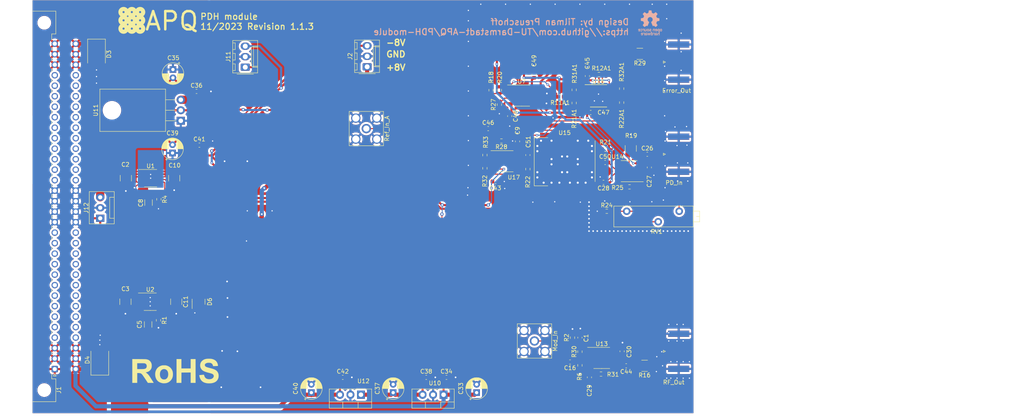
<source format=kicad_pcb>
(kicad_pcb (version 20221018) (generator pcbnew)
  (title_block (title "PDH module") (date "2023-01-31") (rev "1.1.3") (company "Atoms-Photons-Quanta, Institut für Angewandte Physik, TU Darmstadt") (comment 1 "Tilman Preuschoff"))
  (layers (0 "F.Cu" signal) (31 "B.Cu" signal) (34 "B.Paste" user) (35 "F.Paste" user) (36 "B.SilkS" user "B.Silkscreen") (37 "F.SilkS" user "F.Silkscreen") (38 "B.Mask" user) (39 "F.Mask" user) (44 "Edge.Cuts" user))
  (net 0 "")
  (net 1 "GND")
  (net 2 "Net-(U2-SET)")
  (net 3 "Net-(C1-Pad1)")
  (net 4 "Net-(U1-SET)")
  (net 5 "Net-(C44-Pad1)")
  (net 6 "Net-(U13-+)")
  (net 7 "Net-(J9-In)")
  (net 8 "Net-(U14-+)")
  (net 9 "Net-(C50-Pad2)")
  (net 10 "Net-(J3-In)")
  (net 11 "Net-(C51-Pad2)")
  (net 12 "Net-(U10-VO)")
  (net 13 "Net-(J4-In)")
  (net 14 "Net-(U17-+)")
  (net 15 "+15V")
  (net 16 "-15V")
  (net 17 "Net-(U15-RF2)")
  (net 18 "Net-(U15-RF1)")
  (net 21 "Net-(R11A1-Pad2)")
  (net 22 "Net-(R24-Pad2)")
  (net 24 "Err_Out")
  (net 32 "V-")
  (net 33 "-8V")
  (net 34 "+8V")
  (net 35 "V+")
  (net 37 "Net-(C44-Pad2)")
  (net 71 "Net-(J5-In)")
  (net 72 "Net-(J10-In)")
  (net 73 "Net-(U16-SA)")
  (net 74 "Net-(U16-OUTA)")
  (net 75 "Net-(U16-SB)")
  (net 76 "Net-(U7A--)")
  (net 77 "Net-(U16-OUTB)")
  (net 78 "Net-(U14--)")
  (net 79 "Net-(U7B--)")
  (net 80 "Net-(U13--)")
  (net 81 "Net-(U16-INVA)")
  (net 82 "Net-(U17--)")
  (net 83 "Net-(U16-INVB)")
  (footprint "Connector_DIN:DIN41612_C_2x32_Male_Horizontal_THT" (layer "F.Cu") (at 41.9 136.7 90)
    (fp_text reference "J1")
    (fp_text value "C64AC")
  )
  (footprint "Capacitor_SMD:C_1210_3225Metric" (layer "F.Cu") (at 59 120.4 -90)
    (fp_text reference "C3")
    (fp_text value "10u")
  )
  (footprint "Capacitor_SMD:C_1206_3216Metric" (layer "F.Cu") (at 64.5 125.9 -90)
    (fp_text reference "C5")
    (fp_text value "100n")
  )
  (footprint "Capacitor_SMD:C_1210_3225Metric" (layer "F.Cu") (at 70.8 90.5 -90)
    (fp_text reference "C10")
    (fp_text value "10u")
  )
  (footprint "Capacitor_SMD:C_1210_3225Metric" (layer "F.Cu") (at 71.3 120.4 -90)
    (fp_text reference "C11")
    (fp_text value "10u")
  )
  (footprint "Capacitor_SMD:C_0603_1608Metric" (layer "F.Cu") (at 166.6 134.9875 180)
    (fp_text reference "C16")
    (fp_text value "10n(C0G)")
  )
  (footprint "Capacitor_SMD:C_0603_1608Metric" (layer "F.Cu") (at 171.3 138.7 90)
    (fp_text reference "C29")
    (fp_text value "100n")
  )
  (footprint "Capacitor_SMD:C_0603_1608Metric" (layer "F.Cu") (at 179.2 132.4 -90)
    (fp_text reference "C30")
    (fp_text value "100n")
  )
  (footprint "Capacitor_THT:CP_Radial_D5.0mm_P2.00mm" (layer "F.Cu") (at 144 142.4 90)
    (fp_text reference "C33")
    (fp_text value "100u")
  )
  (footprint "Capacitor_SMD:C_0603_1608Metric" (layer "F.Cu") (at 136.7 138.7)
    (fp_text reference "C34")
    (fp_text value "100n")
  )
  (footprint "Capacitor_THT:CP_Radial_D5.0mm_P2.00mm" (layer "F.Cu") (at 123.8 142.4 90)
    (fp_text reference "C37")
    (fp_text value "100u")
  )
  (footprint "Capacitor_SMD:C_0603_1608Metric" (layer "F.Cu") (at 131.8 138.7)
    (fp_text reference "C38")
    (fp_text value "100n")
  )
  (footprint "Capacitor_THT:CP_Radial_D5.0mm_P2.00mm" (layer "F.Cu") (at 104 142.4 90)
    (fp_text reference "C40")
    (fp_text value "100u")
  )
  (footprint "Capacitor_SMD:C_0603_1608Metric" (layer "F.Cu") (at 111.6 138.7)
    (fp_text reference "C42")
    (fp_text value "100n")
  )
  (footprint "Capacitor_SMD:C_0603_1608Metric" (layer "F.Cu") (at 76.2125 69.5)
    (fp_text reference "C36")
    (fp_text value "100n")
  )
  (footprint "Capacitor_THT:CP_Radial_D5.0mm_P2.00mm" (layer "F.Cu") (at 70.4 84.4 90)
    (fp_text reference "C39")
    (fp_text value "100u")
  )
  (footprint "Capacitor_SMD:C_0603_1608Metric" (layer "F.Cu") (at 76.9 82.5)
    (fp_text reference "C41")
    (fp_text value "100n")
  )
  (footprint "Resistor_SMD:R_0603_1608Metric" (layer "F.Cu") (at 67 124.9 -90)
    (fp_text reference "R1")
    (fp_text value "49.9k")
  )
  (footprint "Resistor_SMD:R_0603_1608Metric" (layer "F.Cu") (at 169 135.8 -90)
    (fp_text reference "R6")
    (fp_text value "499")
  )
  (footprint "Resistor_SMD:R_1210_3225Metric" (layer "F.Cu") (at 184.65 135.9 180)
    (fp_text reference "R16")
    (fp_text value "49.9")
  )
  (footprint "Package_TO_SOT_THT:TO-220-3_Vertical" (layer "F.Cu") (at 136 142.9 180)
    (fp_text reference "U10")
    (fp_text value "LM7812_TO220")
  )
  (footprint "Package_TO_SOT_THT:TO-220-3_Vertical" (layer "F.Cu") (at 116 142.9 180)
    (fp_text reference "U12")
    (fp_text value "LM7808_TO220")
  )
  (footprint "Package_SO:MSOP-12-1EP_3x4mm_P0.65mm_EP1.65x2.85mm" (layer "F.Cu") (at 65 120.4)
    (fp_text reference "U2")
    (fp_text value "LT3045xMSE")
  )
  (footprint "Capacitor_SMD:C_1210_3225Metric" (layer "F.Cu") (at 59.1 90.5 -90)
    (fp_text reference "C2")
    (fp_text value "10u")
  )
  (footprint "Capacitor_SMD:C_0603_1608Metric" (layer "F.Cu") (at 185.3 84.7)
    (fp_text reference "C26")
    (fp_text value "10n(C0G)")
  )
  (footprint "Capacitor_SMD:C_0603_1608Metric" (layer "F.Cu") (at 185.8 87.9 -90)
    (fp_text reference "C27")
    (fp_text value "100n")
  )
  (footprint "Capacitor_SMD:C_0603_1608Metric" (layer "F.Cu") (at 174.7 91.5 180)
    (fp_text reference "C28")
    (fp_text value "100n")
  )
  (footprint "Capacitor_SMD:C_0603_1608Metric" (layer "F.Cu") (at 170.8 65.775 -90)
    (fp_text reference "C45")
    (fp_text value "100n")
  )
  (footprint "Capacitor_SMD:C_0603_1608Metric" (layer "F.Cu") (at 146.8 78.5)
    (fp_text reference "C46")
    (fp_text value "10n(C0G)")
  )
  (footprint "Capacitor_SMD:C_0603_1608Metric" (layer "F.Cu") (at 171.6 74.6)
    (fp_text reference "C47")
    (fp_text value "100n")
  )
  (footprint "Capacitor_SMD:C_0603_1608Metric" (layer "F.Cu") (at 152 75.475 -90)
    (fp_text reference "C48")
    (fp_text value "100n")
  )
  (footprint "Capacitor_SMD:C_0603_1608Metric" (layer "F.Cu") (at 157.9 65.425 90)
    (fp_text reference "C49")
    (fp_text value "100n")
  )
  (footprint "Diode_SMD:D_SMB" (layer "F.Cu") (at 52 60.5 -90)
    (fp_text reference "D3")
    (fp_text value "D_TVS")
  )
  (footprint "Diode_SMD:D_SMB" (layer "F.Cu") (at 52.8 134.5 90)
    (fp_text reference "D4")
    (fp_text value "D_TVS")
  )
  (footprint "Connector_Coaxial:SMA_Amphenol_132289_EdgeMount" (layer "F.Cu") (at 192.9 84.7)
    (fp_text reference "J3" hide)
    (fp_text value "PD_In")
  )
  (footprint "Connector_Coaxial:SMA_Amphenol_132203-12_Horizontal" (layer "F.Cu") (at 117.3 78.5 90)
    (fp_text reference "J4" hide)
    (fp_text value "Ref_In_A")
  )
  (footprint "Resistor_SMD:R_0603_1608Metric" (layer "F.Cu") (at 147.5 69.2 -90)
    (fp_text reference "R18")
    (fp_text value "DNF(200)")
  )
  (footprint "Resistor_SMD:R_1210_3225Metric" (layer "F.Cu") (at 181.3 83.3 -90)
    (fp_text reference "R19")
    (fp_text value "49.9")
  )
  (footprint "Resistor_SMD:R_0603_1608Metric" (layer "F.Cu") (at 149.5 69.2 90)
    (fp_text reference "R20")
    (fp_text value "200")
  )
  (footprint "Resistor_SMD:R_0603_1608Metric" (layer "F.Cu") (at 175.5 98.5)
    (fp_text reference "R24")
    (fp_text value "20")
  )
  (footprint "Resistor_SMD:R_0603_1608Metric" (layer "F.Cu") (at 181 92.6)
    (fp_text reference "R25")
    (fp_text value "499")
  )
  (footprint "Resistor_SMD:R_0603_1608Metric" (layer "F.Cu") (at 149.5 72.7 90)
    (fp_text reference "R27")
    (fp_text value "499")
  )
  (footprint "Resistor_SMD:R_1210_3225Metric" (layer "F.Cu") (at 183.5 60.4 180)
    (fp_text reference "R29")
    (fp_text value "49.9")
  )
  (footprint "Resistor_SMD:R_0603_1608Metric" (layer "F.Cu") (at 164.2 70.8 180)
    (fp_text reference "R11A1")
    (fp_text value "158")
  )
  (footprint "Resistor_SMD:R_0603_1608Metric" (layer "F.Cu") (at 173.6 65.4)
    (fp_text reference "R12A1")
    (fp_text value "158")
  )
  (footprint "Resistor_SMD:R_0603_1608Metric" (layer "F.Cu") (at 167.6 72.3 -90)
    (fp_text reference "R21A1")
    (fp_text value "158")
  )
  (footprint "Resistor_SMD:R_0603_1608Metric" (layer "F.Cu") (at 179.1 72.2 -90)
    (fp_text reference "R22A1")
    (fp_text value "158")
  )
  (footprint "Resistor_SMD:R_0603_1608Metric" (layer "F.Cu") (at 167.6 69.125 -90)
    (fp_text reference "R31A1")
    (fp_text value "200")
  )
  (footprint "Resistor_SMD:R_0603_1608Metric" (layer "F.Cu") (at 179.1 68.825 90)
    (fp_text reference "R32A1")
    (fp_text value "62")
  )
  (footprint "Potentiometer_THT:Potentiometer_Vishay_43_Horizontal" (layer "F.Cu") (at 180.325 98.5 180)
    (fp_text reference "RV1")
    (fp_text value "500")
  )
  (footprint "Package_SO:SOIC-8-1EP_3.9x4.9mm_P1.27mm_EP2.41x3.3mm" (layer "F.Cu") (at 154.9 70.5)
    (fp_text reference "U7")
    (fp_text value "ADA4898-2")
  )
  (footprint "Package_SO:SOIC-8_3.9x4.9mm_P1.27mm" (layer "F.Cu") (at 180.9 88.8 180)
    (fp_text reference "U14")
    (fp_text value "OPA695")
  )
  (footprint "Package_SO:SSOP-16_3.9x4.9mm_P0.635mm" (layer "F.Cu") (at 173.5 70.6)
    (fp_text reference "U16")
    (fp_text value "LT1568")
  )
  (footprint "Connector_Coaxial:SMA_Amphenol_132289_EdgeMount" (layer "F.Cu") (at 192.9 62.4)
    (fp_text reference "J5" hide)
    (fp_text value "Error_Out")
  )
  (footprint "Connector_Coaxial:SMA_Amphenol_132289_EdgeMount" (layer "F.Cu") (at 192.9 132.4)
    (fp_text reference "J10" hide)
    (fp_text value "RF_Out")
  )
  (footprint "Connector_Molex:Molex_KK-254_AE-6410-03A_1x03_P2.54mm_Vertical" (layer "F.Cu") (at 88 63.64 90)
    (fp_text reference "J11")
    (fp_text value "+5V  GND  -5V")
  )
  (footprint "Connector:FanPinHeader_1x03_P2.54mm_Vertical" (layer "F.Cu") (at 52.9 100.2 90)
    (fp_text reference "J12")
    (fp_text value "+15V  GND  -15V")
  )
  (footprint "Capacitor_SMD:C_1206_3216Metric" (layer "F.Cu") (at 64.6 96.4 -90)
    (fp_text reference "C8")
    (fp_text value "100n")
  )
  (footprint "Capacitor_SMD:C_0603_1608Metric" (layer "F.Cu") (at 153.9 81.6 90)
    (fp_text reference "C9")
    (fp_text value "100n")
  )
  (footprint "Capacitor_SMD:C_0603_1608Metric" (layer "F.Cu") (at 148.6 91.3)
    (fp_text reference "C43")
    (fp_text value "100n")
  )
  (footprint "footprints:APQ-Logo" (layer "F.Cu") (at 58.3 49.8)
    (fp_text reference "LOGO1" hide)
    (fp_text value "Logo_APQ")
  )
  (footprint "Resistor_SMD:R_0603_1608Metric" (layer "F.Cu") (at 67.1 95.6 -90)
    (fp_text reference "R4")
    (fp_text value "49.9k")
  )
  (footprint "Resistor_SMD:R_0603_1608Metric" (layer "F.Cu") (at 169 132.4875 90)
    (fp_text reference "R30")
    (fp_text value "4.7")
  )
  (footprint "Resistor_SMD:R_0603_1608Metric" (layer "F.Cu") (at 174.1 137.9 180)
    (fp_text reference "R31")
    (fp_text value "200")
  )
  (footprint "Resistor_SMD:R_0603_1608Metric" (layer "F.Cu") (at 146 88.1 90)
    (fp_text reference "R32")
    (fp_text value "499")
  )
  (footprint "Resistor_SMD:R_0603_1608Metric" (layer "F.Cu") (at 146 84.9 -90)
    (fp_text reference "R33")
    (fp_text value "100")
  )
  (footprint "Package_SO:MSOP-12-1EP_3x4mm_P0.65mm_EP1.65x2.85mm" (layer "F.Cu") (at 65.1 90.5)
    (fp_text reference "U1")
    (fp_text value "LT3094xMSE")
  )
  (footprint "Package_SO:SOIC-8_3.9x4.9mm_P1.27mm" (layer "F.Cu") (at 174.275 134.005)
    (fp_text reference "U13")
    (fp_text value "OPA695")
  )
  (footprint "Package_SO:SOIC-8_3.9x4.9mm_P1.27mm" (layer "F.Cu") (at 150.9 86.4)
    (fp_text reference "U17")
    (fp_text value "OPA695")
  )
  (footprint "footprints:Mini-Circuits_TTT167_LandPatternPL-079_DNF" (layer "F.Cu") (at 165.3 86.512)
    (fp_text reference "U15")
    (fp_text value "SYPD-1")
  )
  (footprint "Package_TO_SOT_THT:TO-220-3_Horizontal_TabDown" (layer "F.Cu") (at 72.4 76.6 90)
    (fp_text reference "U11")
    (fp_text value "LM7908_TO220")
  )
  (footprint "Resistor_SMD:R_0603_1608Metric" (layer "F.Cu") (at 150 81.5 180)
    (fp_text reference "R28")
    (fp_text value "499")
  )
  (footprint "Connector_Molex:Molex_KK-254_AE-6410-03A_1x03_P2.54mm_Vertical" (layer "F.Cu") (at 117.5 63.54 90)
    (fp_text reference "J2")
    (fp_text value "DDS_Supply")
  )
  (footprint "Connector_Coaxial:SMA_Amphenol_132203-12_Horizontal" (layer "F.Cu") (at 158 129.9 90)
    (fp_text reference "J9" hide)
    (fp_text value "Mod_In")
  )
  (footprint "Capacitor_THT:CP_Radial_D5.0mm_P2.00mm" (layer "F.Cu") (at 70.5 64.2 -90)
    (fp_text reference "C35")
    (fp_text value "100u")
  )
  (footprint "Resistor_SMD:R_0603_1608Metric" (layer "F.Cu") (at 175.2 83.5 180)
    (fp_text reference "R21")
    (fp_text value "499")
  )
  (footprint "Capacitor_SMD:C_0603_1608Metric" (layer "F.Cu") (at 180.2 135.9 180)
    (fp_text reference "C44")
    (fp_text value "10n(C0G)")
  )
  (footprint "Symbol:RoHS-Logo_6mm_SilkScreen" (layer "F.Cu") (at 71.12 137.16)
    (fp_text reference "LOGO3" hide)
    (fp_text value "Logo_ROHS" hide)
  )
  (footprint "Capacitor_SMD:C_0603_1608Metric" (layer "F.Cu") (at 169 129.0875 90)
    (fp_text reference "C1")
    (fp_text value "10n(C0G)")
  )
  (footprint "Capacitor_SMD:C_0603_1608Metric" (layer "F.Cu") (at 175.1 86.7)
    (fp_text reference "C50")
    (fp_text value "10n(C0G)")
  )
  (footprint "Package_TO_SOT_SMD:SOT-23" (layer "F.Cu") (at 76.7 120.4 90)
    (fp_text reference "D6")
    (fp_text value "PMEG2010")
  )
  (footprint "Resistor_SMD:R_0603_1608Metric" (layer "F.Cu") (at 167.2 129.1 90)
    (fp_text reference "R2")
    (fp_text value "200")
  )
  (footprint "Capacitor_SMD:C_0603_1608Metric" (layer "F.Cu") (at 156.4 84.9 90)
    (fp_text reference "C51")
    (fp_text value "10n(C0G)")
  )
  (footprint "Resistor_SMD:R_0603_1608Metric" (layer "F.Cu") (at 156.4 88.3 90)
    (fp_text reference "R22")
    (fp_text value "499")
  )
  (footprint "Symbol:OSHW-Logo_5.7x6mm_SilkScreen" (layer "B.Cu") (at 186 52.9 180)
    (fp_text reference "LOGO2" hide)
    (fp_text value "Logo_Open_Hardware_Small" hide)
  )
  (gr_line (start 36.5 47.4) (end 36.5 147.4) (stroke (width 0.05)) (layer "Edge.Cuts"))
  (gr_line (start 196.5 147.4) (end 196.5 47.4) (stroke (width 0.05)) (layer "Edge.Cuts"))
  (gr_line (start 36.5 147.4) (end 196.5 147.4) (stroke (width 0.05)) (layer "Edge.Cuts"))
  (gr_line (start 196.5 47.4) (end 36.5 47.4) (stroke (width 0.05)) (layer "Edge.Cuts"))
  (gr_text "Design by: Tilman Preuschoff\nhttps://github.com/TU-Darmstadt-APQ/PDH-module" (at 181 53.9) (layer "B.SilkS") (effects (font (size 1.5 1.5) (thickness 0.25)) (justify left mirror)))
  (gr_text "PDH module\n11/2023 Revision 1.1.3" (at 77 52.6) (layer "F.SilkS") (effects (font (size 1.5 1.5) (thickness 0.25)) (justify left)))
  (gr_text "+8V" (at 124.46 63.7) (layer "F.SilkS") (effects (font (size 1.5 1.5) (thickness 0.3))))
  (gr_text "-8V" (at 124.46 57.7) (layer "F.SilkS") (effects (font (size 1.5 1.5) (thickness 0.3))))
  (gr_text "GND" (at 124.46 60.5) (layer "F.SilkS") (effects (font (size 1.5 1.5) (thickness 0.3))))
  (segment (start 52.8 129.7) (end 52.8 128.6) (width 1) (layer "F.Cu") (net 1))
  (segment (start 52.8 130.8) (end 52.8 129.7) (width 1) (layer "F.Cu") (net 1))
  (segment (start 52 64.3) (end 52 65.9) (width 1) (layer "F.Cu") (net 1))
  (segment (start 52 65.9) (end 52 67.5) (width 1) (layer "F.Cu") (net 1))
  (segment (start 52.8 132.35) (end 52.8 130.8) (width 1) (layer "F.Cu") (net 1))
  (segment (start 169 127) (end 169.1 126.9) (width 0.25) (layer "F.Cu") (net 1))
  (segment (start 176.1 72.1875) (end 174.78751 72.1875) (width 0.25) (layer "F.Cu") (net 1))
  (segment (start 77.6875 82.5) (end 79.1 82.5) (width 0.25) (layer "F.Cu") (net 1))
  (segment (start 141.97 92.87) (end 141.9 92.8) (width 0.25) (layer "F.Cu") (net 1))
  (segment (start 66.975 97.875) (end 67 97.9) (width 0.25) (layer "F.Cu") (net 1))
  (segment (start 67.105 120.725) (end 65.44375 120.725) (width 0.25) (layer "F.Cu") (net 1))
  (segment (start 150.825 81.5) (end 152.7 81.5) (width 0.25) (layer "F.Cu") (net 1))
  (segment (start 65.44375 120.725) (end 65.4125 120.75625) (width 0.25) (layer "F.Cu") (net 1))
  (segment (start 67.1 96.375) (end 67.1 97.8) (width 0.25) (layer "F.Cu") (net 1))
  (segment (start 169 136.5875) (end 169 137.9) (width 0.25) (layer "F.Cu") (net 1))
  (segment (start 75.7375 123.0375) (end 75.8 123.1) (width 0.25) (layer "F.Cu") (net 1))
  (segment (start 172.1125 72.1875) (end 172.5 71.8) (width 0.25) (layer "F.Cu") (net 1))
  (segment (start 173.9 91.475) (end 173.925 91.5) (width 0.25) (layer "F.Cu") (net 1))
  (segment (start 64.03125 122.025) (end 64.5875 121.46875) (width 0.25) (layer "F.Cu") (net 1))
  (segment (start 153.9 80.825) (end 153.9 79.7) (width 0.25) (layer "F.Cu") (net 1))
  (segment (start 64.6 97.875) (end 66.975 97.875) (width 0.25) (layer "F.Cu") (net 1))
  (segment (start 157.9 63.3) (end 157.75 63.15) (width 0.25) (layer "F.Cu") (net 1))
  (segment (start 62.95 92.125) (end 61.875 92.125) (width 0.25) (layer "F.Cu") (net 1))
  (segment (start 142.05 69.45) (end 142 69.4) (width 0.25) (layer "F.Cu") (net 1))
  (segment (start 52 62.65) (end 52 64.3) (width 1) (layer "F.Cu") (net 1))
  (segment (start 62.895 122.025) (end 64.03125 122.025) (width 0.25) (layer "F.Cu") (net 1))
  (segment (start 64.5875 121.46875) (end 64.83125 121.46875) (width 0.25) (layer "F.Cu") (net 1))
  (segment (start 68.575 90.825) (end 68.9 91.15) (width 0.25) (layer "F.Cu") (net 1))
  (segment (start 77.0875 69.5) (end 79.7 69.5) (width 0.5) (layer "F.Cu") (net 1))
  (segment (start 70.05 91.15) (end 70.8 91.9) (width 0.25) (layer "F.Cu") (net 1))
  (segment (start 67.25 90.825) (end 68.575 90.825) (width 0.25) (layer "F.Cu") (net 1))
  (segment (start 170.8 65) (end 170.8 63.6) (width 0.25) (layer "F.Cu") (net 1))
  (segment (start 70.8 91.9) (end 70.8 93.4) (width 0.5) (layer "F.Cu") (net 1))
  (segment (start 61.875 92.125) (end 61.2 92.8) (width 0.25) (layer "F.Cu") (net 1))
  (segment (start 137.45 138.7) (end 138.9 138.7) (width 0.5) (layer "F.Cu") (net 1))
  (segment (start 132.55 138.7) (end 134 138.7) (width 0.5) (layer "F.Cu") (net 1))
  (segment (start 169 128.3125) (end 169 127) (width 0.25) (layer "F.Cu") (net 1))
  (segment (start 149.5 73.525) (end 149.5 74.9) (width 0.25) (layer "F.Cu") (net 1))
  (segment (start 147.5 66.8) (end 147.4 66.7) (width 0.25) (layer "F.Cu") (net 1))
  (segment (start 189.53 92.87) (end 189.6 92.8) (width 0.25) (layer "F.Cu") (net 1))
  (segment (start 79.1 82.5) (end 80.1 81.5) (width 0.25) (layer "F.Cu") (net 1))
  (segment (start 68.9 91.15) (end 70.05 91.15) (width 0.25) (layer "F.Cu") (net 1))
  (segment (start 149.375 91.3) (end 150.7 91.3) (width 0.25) (layer "F.Cu") (net 1))
  (segment (start 189.55 87.55) (end 189.6 87.5) (width 0.25) (layer "F.Cu") (net 1))
  (segment (start 181.3 79.9) (end 181.3 82.975) (width 0.25) (layer "F.Cu") (net 1))
  (segment (start 172.375 74.6) (end 174.45 74.6) (width 0.5) (layer "F.Cu") (net 1))
  (segment (start 170.9 72.1875) (end 172.1125 72.1875) (width 0.25) (layer "F.Cu") (net 1))
  (segment (start 173.9 90.2) (end 173.9 91.475) (width 0.25) (layer "F.Cu") (net 1))
  (segment (start 174.45 74.6) (end 174.5 74.65) (width 0.5) (layer "F.Cu") (net 1))
  (segment (start 150.85 93.05) (end 150.8 93) (width 0.25) (layer "F.Cu") (net 1))
  (segment (start 172.2525 71.5525) (end 172.5 71.8) (width 0.25) (layer "F.Cu") (net 1))
  (segment (start 174.78751 72.1875) (end 174.5 71.89999) (width 0.25) (layer "F.Cu") (net 1))
  (segment (start 179.2 130.4) (end 179.3 130.3) (width 0.25) (layer "F.Cu") (net 1))
  (segment (start 167.2 128.275) (end 167.2 127) (width 0.25) (layer "F.Cu") (net 1))
  (segment (start 112.35 138.7) (end 113.8 138.7) (width 0.5) (layer "F.Cu") (net 1))
  (segment (start 185.8 88.675) (end 185.8 88.7) (width 0.25) (layer "F.Cu") (net 1))
  (segment (start 170.9 71.5525) (end 172.2525 71.5525) (width 0.25) (layer "F.Cu") (net 1))
  (segment (start 174.675 98.5) (end 173.2 98.5) (width 0.25) (layer "F.Cu") (net 1))
  (segment (start 174.84749 71.5525) (end 174.5 71.89999) (width 0.25) (layer "F.Cu") (net 1))
  (segment (start 153.9 79.7) (end 153.8 79.6) (width 0.25) (layer "F.Cu") (net 1))
  (segment (start 176.025 83.5) (end 177.1 83.5) (width 0.25) (layer "F.Cu") (net 1))
  (segment (start 64.5 127.4) (end 66.3 127.4) (width 0.25) (layer "F.Cu") (net 1))
  (segment (start 171.3 139.4875) (end 171.3 140.9) (width 0.25) (layer "F.Cu") (net 1))
  (segment (start 66.3 127.4) (end 67 126.7) (width 0.25) (layer "F.Cu") (net 1))
  (segment (start 59 121.9) (end 59 123.3) (width 1) (layer "F.Cu") (net 1))
  (segment (start 157.9 64.65) (end 157.9 63.3) (width 0.25) (layer "F.Cu") (net 1))
  (segment (start 179.2 131.6125) (end 179.2 130.4) (width 0.25) (layer "F.Cu") (net 1))
  (segment (start 52.8 128.6) (end 52.9 128.5) (width 1) (layer "F.Cu") (net 1))
  (segment (start 75.7375 121.45) (end 75.7375 123.0375) (width 0.25) (layer "F.Cu") (net 1))
  (segment (start 152 76.25) (end 152 77.9) (width 0.25) (layer "F.Cu") (net 1))
  (segment (start 67 125.65) (end 67 126.7) (width 0.25) (layer "F.Cu") (net 1))
  (segment (start 59.1 91.9) (end 59.1 93.6) (width 0.5) (layer "F.Cu") (net 1))
  (segment (start 71.3 121.9) (end 71.3 123.3) (width 1) (layer "F.Cu") (net 1))
  (segment (start 141.81 94.59) (end 141.8 94.6) (width 0.25) (layer "F.Cu") (net 1))
  (segment (start 185.8 88.7) (end 186.9 89.8) (width 0.25) (layer "F.Cu") (net 1))
  (segment (start 64.83125 121.46875) (end 65 121.3) (width 0.25) (layer "F.Cu") (net 1))
  (segment (start 147.5 68.375) (end 147.5 66.8) (width 0.25) (layer "F.Cu") (net 1))
  (segment (start 176.1 71.5525) (end 174.84749 71.5525) (width 0.25) (layer "F.Cu") (net 1))
  (segment (start 67.1 97.8) (end 67 97.9) (width 0.25) (layer "F.Cu") (net 1))
  (via (at 65 120.4) (size 0.6) (drill 0.3) (layers "F.Cu" "B.Cu") (net 1))
  (via (at 65 119.4) (size 0.6) (drill 0.3) (layers "F.Cu" "B.Cu") (net 1))
  (via (at 171.2 97.3) (size 0.8) (drill 0.4) (layers "F.Cu" "B.Cu") (net 1))
  (via (at 171.2 98.3) (size 0.8) (drill 0.4) (layers "F.Cu" "B.Cu") (net 1))
  (via (at 171.2 99.3) (size 0.8) (drill 0.4) (layers "F.Cu" "B.Cu") (net 1))
  (via (at 171.2 100.3) (size 0.8) (drill 0.4) (layers "F.Cu" "B.Cu") (net 1))
  (via (at 171.2 101.3) (size 0.8) (drill 0.4) (layers "F.Cu" "B.Cu") (net 1))
  (via (at 171.2 102.3) (size 0.8) (drill 0.4) (layers "F.Cu" "B.Cu") (net 1))
  (via (at 171.2 103.3) (size 0.8) (drill 0.4) (layers "F.Cu" "B.Cu") (net 1))
  (via (at 172.2 103.3) (size 0.8) (drill 0.4) (layers "F.Cu" "B.Cu") (net 1))
  (via (at 173.2 103.3) (size 0.8) (drill 0.4) (layers "F.Cu" "B.Cu") (net 1))
  (via (at 174.2 103.3) (size 0.8) (drill 0.4) (layers "F.Cu" "B.Cu") (net 1))
  (via (at 175.2 103.3) (size 0.8) (drill 0.4) (layers "F.Cu" "B.Cu") (net 1))
  (via (at 176.2 103.3) (size 0.8) (drill 0.4) (layers "F.Cu" "B.Cu") (net 1))
  (via (at 177.2 103.3) (size 0.8) (drill 0.4) (layers "F.Cu" "B.Cu") (net 1))
  (via (at 178.2 103.3) (size 0.8) (drill 0.4) (layers "F.Cu" "B.Cu") (net 1))
  (via (at 179.2 103.3) (size 0.8) (drill 0.4) (layers "F.Cu" "B.Cu") (net 1))
  (via (at 180.2 103.3) (size 0.8) (drill 0.4) (layers "F.Cu" "B.Cu") (net 1))
  (via (at 181.2 103.3) (size 0.8) (drill 0.4) (layers "F.Cu" "B.Cu") (net 1))
  (via (at 182.2 103.3) (size 0.8) (drill 0.4) (layers "F.Cu" "B.Cu") (net 1))
  (via (at 183.2 103.3) (size 0.8) (drill 0.4) (layers "F.Cu" "B.Cu") (net 1))
  (via (at 184.2 103.3) (size 0.8) (drill 0.4) (layers "F.Cu" "B.Cu") (net 1))
  (via (at 185.2 103.3) (size 0.8) (drill 0.4) (layers "F.Cu" "B.Cu") (net 1))
  (via (at 186.2 103.3) (size 0.8) (drill 0.4) (layers "F.Cu" "B.Cu") (net 1))
  (via (at 187.2 103.3) (size 0.8) (drill 0.4) (layers "F.Cu" "B.Cu") (net 1))
  (via (at 188.2 103.3) (size 0.8) (drill 0.4) (layers "F.Cu" "B.Cu") (net 1))
  (via (at 189.2 103.3) (size 0.8) (drill 0.4) (layers "F.Cu" "B.Cu") (net 1))
  (via (at 190.2 103.3) (size 0.8) (drill 0.4) (layers "F.Cu" "B.Cu") (net 1))
  (via (at 191.2 103.3) (size 0.8) (drill 0.4) (layers "F.Cu" "B.Cu") (net 1))
  (via (at 192.2 103.3) (size 0.8) (drill 0.4) (layers "F.Cu" "B.Cu") (net 1))
  (via (at 193.2 103.3) (size 0.8) (drill 0.4) (layers "F.Cu" "B.Cu") (net 1))
  (via (at 194.2 103.3) (size 0.8) (drill 0.4) (layers "F.Cu" "B.Cu") (net 1))
  (via (at 195.2 103.3) (size 0.8) (drill 0.4) (layers "F.Cu" "B.Cu") (net 1))
  (via (at 193.5 59.9) (size 0.6) (drill 0.3) (layers "F.Cu" "B.Cu") (net 1))
  (via (at 134 138.7) (size 0.8) (drill 0.4) (layers "F.Cu" "B.Cu") (net 1))
  (via (at 190 51.9) (size 0.6) (drill 0.3) (layers "F.Cu" "B.Cu") (net 1))
  (via (at 82.4 132.3) (size 0.8) (drill 0.4) (layers "F.Cu" "B.Cu") (net 1))
  (via (at 190 138.9) (size 0.6) (drill 0.3) (layers "F.Cu" "B.Cu") (net 1))
  (via (at 142 87.4) (size 0.6) (drill 0.3) (layers "F.Cu" "B.Cu") (net 1))
  (via (at 149.5 74.9) (size 0.6) (drill 0.3) (layers "F.Cu" "B.Cu") (net 1))
  (via (at 88.5 98.4) (size 0.6) (drill 0.3) (layers "F.Cu" "B.Cu") (net 1))
  (via (at 173.5 70.15) (size 0.6) (drill 0.3) (layers "F.Cu" "B.Cu") (net 1))
  (via (at 162.9 96.2) (size 0.6) (drill 0.3) (layers "F.Cu" "B.Cu") (net 1))
  (via (at 83.7 124.1) (size 0.8) (drill 0.4) (layers "F.Cu" "B.Cu") (net 1))
  (via (at 165.6 72.7) (size 0.8) (drill 0.4) (layers "F.Cu" "B.Cu") (net 1))
  (via (at 194 138.9) (size 0.6) (drill 0.3) (layers "F.Cu" "B.Cu") (net 1))
  (via (at 150.7 91.3) (size 0.6) (drill 0.3) (layers "F.Cu" "B.Cu") (net 1))
  (via (at 145 48.4) (size 0.6) (drill 0.3) (layers "F.Cu" "B.Cu") (net 1))
  (via (at 189.5 63.4) (size 0.6) (drill 0.3) (layers "F.Cu" "B.Cu") (net 1))
  (via (at 189.6 81.5) (size 0.6) (drill 0.3) (layers "F.Cu" "B.Cu") (net 1))
  (via (at 79.7 69.5) (size 0.8) (drill 0.4) (layers "F.Cu" "B.Cu") (net 1))
  (via (at 169 137.9) (size 0.8) (drill 0.4) (layers "F.Cu" "B.Cu") (net 1))
  (via (at 195.1 91.2) (size 0.6) (drill 0.3) (layers "F.Cu" "B.Cu") (net 1))
  (via (at 142 63.4) (size 0.6) (drill 0.3) (layers "F.Cu" "B.Cu") (net 1))
  (via (at 189.7 79.2) (size 0.6) (drill 0.3) (layers "F.Cu" "B.Cu") (net 1))
  (via (at 167.2 127) (size 0.8) (drill 0.4) (layers "F.Cu" "B.Cu") (net 1))
  (via (at 181 48.4) (size 0.6) (drill 0.3) (layers "F.Cu" "B.Cu") (net 1))
  (via (at 191 134.9) (size 0.6) (drill 0.3) (layers "F.Cu" "B.Cu") (net 1))
  (via (at 142 52.4) (size 0.6) (drill 0.3) (layers "F.Cu" "B.Cu") (net 1))
  (via (at 189.6 87.5) (size 0.6) (drill 0.3) (layers "F.Cu" "B.Cu") (net 1))
  (via (at 70.8 93.4) (size 0.8) (drill 0.4) (layers "F.Cu" "B.Cu") (net 1))
  (via (at 194.8 78) (size 0.6) (drill 0.3) (layers "F.Cu" "B.Cu") (net 1))
  (via (at 189 135.9) (size 0.6) (drill 0.3) (layers "F.Cu" "B.Cu") (net 1))
  (via (at 52 64.3) (size 0.6) (drill 0.3) (layers "F.Cu" "B.Cu") (net 1))
  (via (at 160.9 72.4) (size 0.8) (drill 0.4) (layers "F.Cu" "B.Cu") (net 1))
  (via (at 157.75 63.15) (size 0.6) (drill 0.3) (layers "F.Cu" "B.Cu") (net 1))
  (via (at 153.8 79.6) (size 0.6) (drill 0.3) (layers "F.Cu" "B.Cu") (net 1))
  (via (at 59 123.3) (size 0.8) (drill 0.4) (layers "F.Cu" "B.Cu") (net 1))
  (via (at 67 97.9) (size 0.6) (drill 0.3) (layers "F.Cu" "B.Cu") (net 1))
  (via (at 169 75.65) (size 0.6) (drill 0.3) (layers "F.Cu" "B.Cu") (net 1))
  (via (at 169.1 96.3) (size 0.6) (drill 0.3) (layers "F.Cu" "B.Cu") (net 1))
  (via (at 83.7 119.5) (size 0.8) (drill 0.4) (layers "F.Cu" "B.Cu") (net 1))
  (via (at 194.9 82.5) (size 0.6) (drill 0.3) (layers "F.Cu" "B.Cu") (net 1))
  (via (at 192.5 129.9) (size 0.6) (drill 0.3) (layers "F.Cu" "B.Cu") (net 1))
  (via (at 187.6 133.7) (size 0.6) (drill 0.3) (layers "F.Cu" "B.Cu") (net 1))
  (via (at 189.5 66.9) (size 0.6) (drill 0.3) (layers "F.Cu" "B.Cu") (net 1))
  (via (at 181.1 96.2) (size 0.6) (drill 0.3) (layers "F.Cu" "B.Cu") (net 1))
  (via (at 157.6 96.3) (size 0.6) (drill 0.3) (layers "F.Cu" "B.Cu") (net 1))
  (via (at 152 77.9) (size 0.6) (drill 0.3) (layers "F.Cu" "B.Cu") (net 1))
  (via (at 171.2 96.3) (size 0.8) (drill 0.4) (layers "F.Cu" "B.Cu") (net 1))
  (via (at 192.6 91.2) (size 0.6) (drill 0.3) (layers "F.Cu" "B.Cu") (net 1))
  (via (at 189.5 57.4) (size 0.6) (drill 0.3) (layers "F.Cu" "B.Cu") (net 1))
  (via (at 191 138.9) (size 0.6) (drill 0.3) (layers "F.Cu" "B.Cu") (net 1))
  (via (at 192.5 125.9) (size 0.6) (drill 0.3) (layers "F.Cu" "B.Cu") (net 1))
  (via (at 88.3 105.7) (size 0.6) (drill 0.3) (layers "F.Cu" "B.Cu") (net 1))
  (via (at 186.9 89.8) (size 0.6) (drill 0.3) (layers "F.Cu" "B.Cu") (net 1))
  (via (at 194 134.9) (size 0.6) (drill 0.3) (layers "F.Cu" "B.Cu") (net 1))
  (via (at 193.5 55.4) (size 0.6) (drill 0.3) (layers "F.Cu" "B.Cu") (net 1))
  (via (at 142 49.9) (size 0.6) (drill 0.3) (layers "F.Cu" "B.Cu") (net 1))
  (via (at 175 48.4) (size 0.6) (drill 0.3) (layers "F.Cu" "B.Cu") (net 1))
  (via (at 52.8 130.8) (size 0.6) (drill 0.3) (layers "F.Cu" "B.Cu") (net 1))
  (via (at 163 48.4) (size 0.6) (drill 0.3) (layers "F.Cu" "B.Cu") (net 1))
  (via (at 188.8 132.5) (size 0.6) (drill 0.3) (layers "F.Cu" "B.Cu") (net 1))
  (via (at 142 69.4) (size 0.6) (drill 0.3) (layers "F.Cu" "B.Cu") (net 1))
  (via (at 150.8 93) (size 0.6) (drill 0.3) (layers "F.Cu" "B.Cu") (net 1))
  (via (at 147.4 66.7) (size 0.6) (drill 0.3) (layers "F.Cu" "B.Cu") (net 1))
  (via (at 52.8 129.7) (size 0.6) (drill 0.3) (layers "F.Cu" "B.Cu") (net 1))
  (via (at 52 65.9) (size 0.6) (drill 0.3) (layers "F.Cu" "B.Cu") (net 1))
  (via (at 161 70) (size 0.8) (drill 0.4) (layers "F.Cu" "B.Cu") (net 1))
  (via (at 179.3 130.3) (size 0.8) (drill 0.4) (layers "F.Cu" "B.Cu") (net 1))
  (via (at 190 48.4) (size 0.6) (drill 0.3) (layers "F.Cu" "B.Cu") (net 1))
  (via (at 94.5 98.4) (size 0.6) (drill 0.3) (layers "F.Cu" "B.Cu") (net 1))
  (via (at 61.2 92.8) (size 0.8) (drill 0.4) (layers "F.Cu" "B.Cu") (net 1))
  (via (at 192.6 86.8) (size 0.6) (drill 0.3) (layers "F.Cu" "B.Cu") (net 1))
  (via (at 175 96) (size 0.6) (drill 0.3) (layers "F.Cu" "B.Cu") (net 1))
  (via (at 67 126.7) (size 0.8) (drill 0.4) (layers "F.Cu" "B.Cu") (net 1))
  (via (at 88.5 86.4) (size 0.8) (drill 0.4) (layers "F.Cu" "B.Cu") (net 1))
  (via (at 83 86.4) (size 0.8) (drill 0.4) (layers "F.Cu" "B.Cu") (net 1))
  (via (at 189.5 75.4) (size 0.6) (drill 0.3) (layers "F.Cu" "B.Cu") (net 1))
  (via (at 173.2 98.5) (size 0.6) (drill 0.3) (layers "F.Cu" "B.Cu") (net 1))
  (via (at 86.1 132.4) (size 0.8) (drill 0.4) (layers "F.Cu" "B.Cu") (net 1))
  (via (at 192.5 82.6) (size 0.6) (drill 0.3) (layers "F.Cu" "B.Cu") (net 1))
  (via (at 193.5 64.4) (size 0.6) (drill 0.3) (layers "F.Cu" "B.Cu") (net 1))
  (via (at 157 48.4) (size 0.6) (drill 0.3) (layers "F.Cu" "B.Cu") (net 1))
  (via (at 177.1 83.5) (size 0.6) (drill 0.3) (layers "F.Cu" "B.Cu") (net 1))
  (via (at 141.9 92.8) (size 0.6) (drill 0.3) (layers "F.Cu" "B.Cu") (net 1))
  (via (at 52 67.5) (size 0.6) (drill 0.3) (layers "F.Cu" "B.Cu") (net 1))
  (via (at 59.1 93.6) (size 0.8) (drill 0.4) (layers "F.Cu" "B.Cu") (net 1))
  (via (at 174.5 71.89999) (size 0.6) (drill 0.3) (layers "F.Cu" "B.Cu") (net 1))
  (via (at 82.2 141.1) (size 0.8) (drill 0.4) (layers "F.Cu" "B.Cu") (net 1))
  (via (at 141.8 94.6) (size 0.6) (drill 0.3) (layers "F.Cu" "B.Cu") (net 1))
  (via (at 190.5 125.9) (size 0.6) (drill 0.3) (layers "F.Cu" "B.Cu") (net 1))
  (via (at 189.2 95.8) (size 0.6) (drill 0.3) (layers "F.Cu" "B.Cu") (net 1))
  (via (at 187.5 137.3) (size 0.6) (drill 0.3) (layers "F.Cu" "B.Cu") (net 1))
  (via (at 190.5 129.9) (size 0.6) (drill 0.3) (layers "F.Cu" "B.Cu") (net 1))
  (via (at 170.8 63.6) (size 0.6) (drill 0.3) (layers "F.Cu" "B.Cu") (net 1))
  (via (at 195.1 86.8) (size 0.6) (drill 0.3) (layers "F.Cu" "B.Cu") (net 1))
  (via (at 83.6 115.5) (size 0.8) (drill 0.4) (layers "F.Cu" "B.Cu") (net 1))
  (via (at 169 48.4) (size 0.6) (drill 0.3) (layers "F.Cu" "B.Cu") (net 1))
  (via (at 186.5 48.4) (size 0.6) (drill 0.3) (layers "F.Cu" "B.Cu") (net 1))
  (via (at 171.3 140.9) (size 0.8) (drill 0.4) (layers "F.Cu" "B.Cu") (net 1))
  (via (at 91.7 141.1) (size 0.8) (drill 0.4) (layers "F.Cu" "B.Cu") (net 1))
  (via (at 142 75.4) (size 0.6) (drill 0.3) (layers "F.Cu" "B.Cu") (net 1))
  (via (at 181.3 79.9) (size 0.6) (drill 0.3) (layers "F.Cu" "B.Cu") (net 1))
  (via (at 195.5 134.9) (size 0.6) (drill 0.3) (layers "F.Cu" "B.Cu") (net 1))
  (via (at 192.5 134.9) (size 0.6) (drill 0.3) (layers "F.Cu" "B.Cu") (net 1))
  (via (at 80.1 81.5) (size 0.6) (drill 0.3) (layers "F.Cu" "B.Cu") (net 1))
  (via (at 190.5 127.9) (size 0.6) (drill 0.3) (layers "F.Cu" "B.Cu") (net 1))
  (via (at 151 48.4) (size 0.6) (drill 0.3) (layers "F.Cu" "B.Cu") (net 1))
  (via (at 71.3 123.3) (size 0.8) (drill 0.4) (layers "F.Cu" "B.Cu") (net 1))
  (via (at 162.5 75.9) (size 0.6) (drill 0.3) (layers "F.Cu" "B.Cu") (net 1))
  (via (at 75.8 123.1) (size 0.6) (drill 0.3) (layers "F.Cu" "B.Cu") (net 1))
  (via (at 189.6 92.8) (size 0.6) (drill 0.3) (layers "F.Cu" "B.Cu") (net 1))
  (via (at 142 81.4) (size 0.6) (drill 0.3) (layers "F.Cu" "B.Cu") (net 1))
  (via (at 172.5 71.8) (size 0.6) (drill 0.3) (layers "F.Cu" "B.Cu") (net 1))
  (via (at 192.5 138.9) (size 0.6) (drill 0.3) (layers "F.Cu" "B.Cu") (net 1))
  (via (at 194 125.9) (size 0.6) (drill 0.3) (layers "F.Cu" "B.Cu") (net 1))
  (via (at 174.5 74.65) (size 0.6) (drill 0.3) (layers "F.Cu" "B.Cu") (net 1))
  (via (at 194 129.9) (size 0.6) (drill 0.3) (layers "F.Cu" "B.Cu") (net 1))
  (via (at 189.5 69.4) (size 0.6) (drill 0.3) (layers "F.Cu" "B.Cu") (net 1))
  (via (at 138.9 138.7) (size 0.8) (drill 0.4) (layers "F.Cu" "B.Cu") (net 1))
  (via (at 173.9 90.2) (size 0.6) (drill 0.3) (layers "F.Cu" "B.Cu") (net 1))
  (via (at 186.4 96.2) (size 0.6) (drill 0.3) (layers "F.Cu" "B.Cu") (net 1))
  (via (at 152.7 81.5) (size 0.6) (drill 0.3) (layers "F.Cu" "B.Cu") (net 1))
  (via (at 142 57.4) (size 0.6) (drill 0.3) (layers "F.Cu" "B.Cu") (net 1))
  (via (at 193.5 69.4) (size 0.6) (drill 0.3) (layers "F.Cu" "B.Cu") (net 1))
  (via (at 113.8 138.7) (size 0.8) (drill 0.4) (layers "F.Cu" "B.Cu") (net 1))
  (via (at 192 78.1) (size 0.6) (drill 0.3) (layers "F.Cu" "B.Cu") (net 1))
  (via (at 52.9 128.5) (size 0.6) (drill 0.3) (layers "F.Cu" "B.Cu") (net 1))
  (via (at 195.5 138.9) (size 0.6) (drill 0.3) (layers "F.Cu" "B.Cu") (net 1))
  (via (at 65 121.4) (size 0.6) (drill 0.3) (layers "F.Cu" "B.Cu") (net 1))
  (via (at 169.1 126.9) (size 0.8) (drill 0.4) (layers "F.Cu" "B.Cu") (net 1))
  (segment (start 68.5 121.8) (end 68.075 121.375) (width 0.25) (layer "F.Cu") (net 2))
  (segment (start 67.625 124.15) (end 68.5 123.275) (width 0.25) (layer "F.Cu") (net 2))
  (segment (start 66.75 124.4) (end 67 124.15) (width 0.25) (layer "F.Cu") (net 2))
  (segment (start 67 124.15) (end 67.625 124.15) (width 0.25) (layer "F.Cu") (net 2))
  (segment (start 68.075 121.375) (end 67.105 121.375) (width 0.25) (layer "F.Cu") (net 2))
  (segment (start 64.5 124.4) (end 66.75 124.4) (width 0.25) (layer "F.Cu") (net 2))
  (segment (start 68.5 123.275) (end 68.5 121.8) (width 0.25) (layer "F.Cu") (net 2))
  (segment (start 167.2 129.925) (end 168.9375 129.925) (width 0.25) (layer "F.Cu") (net 3))
  (segment (start 169 131.6625) (end 169 129.8625) (width 0.25) (layer "F.Cu") (net 3))
  (segment (start 168.9375 129.925) (end 169 129.8625) (width 0.25) (layer "F.Cu") (net 3))
  (segment (start 67.25 91.475) (end 68.375 91.475) (width 0.25) (layer "F.Cu") (net 4))
  (segment (start 64.7 94.825) (end 64.6 94.925) (width 0.25) (layer "F.Cu") (net 4))
  (segment (start 68.5 93.425) (end 67.1 94.825) (width 0.25) (layer "F.Cu") (net 4))
  (segment (start 67.1 94.825) (end 64.7 94.825) (width 0.25) (layer "F.Cu") (net 4))
  (segment (start 68.5 91.6) (end 68.5 93.425) (width 0.25) (layer "F.Cu") (net 4))
  (segment (start 68.375 91.475) (end 68.5 91.6) (width 0.25) (layer "F.Cu") (net 4))
  (segment (start 183.25 135.9) (end 181.15 135.9) (width 1.3) (layer "F.Cu") (net 5))
  (segment (start 171.8 134.64) (end 170.36 134.64) (width 0.25) (layer "F.Cu") (net 6))
  (segment (start 167.375 134.9875) (end 168.975 134.9875) (width 0.25) (layer "F.Cu") (net 6))
  (segment (start 168.975 134.9875) (end 169 135.0125) (width 0.25) (layer "F.Cu") (net 6))
  (segment (start 170.36 134.64) (end 169.9875 135.0125) (width 0.25) (layer "F.Cu") (net 6))
  (segment (start 169.9875 135.0125) (end 169 135.0125) (width 0.25) (layer "F.Cu") (net 6))
  (segment (start 162.7 129.9) (end 165.9 133.1) (width 0.25) (layer "F.Cu") (net 7))
  (segment (start 165.9 134.9125) (end 165.825 134.9875) (width 0.25) (layer "F.Cu") (net 7))
  (segment (start 158 129.9) (end 162.7 129.9) (width 0.25) (layer "F.Cu") (net 7))
  (segment (start 165.9 133.1) (end 165.9 134.9125) (width 0.25) (layer "F.Cu") (net 7))
  (segment (start 180.9 85) (end 180.9 87) (width 0.25) (layer "F.Cu") (net 8))
  (segment (start 180.9 87) (end 182.065 88.165) (width 0.25) (layer "F.Cu") (net 8))
  (segment (start 181.3 84.6) (end 180.9 85) (width 0.25) (layer "F.Cu") (net 8))
  (segment (start 182.065 88.165) (end 183.375 88.165) (width 0.25) (layer "F.Cu") (net 8))
  (segment (start 181.4 84.7) (end 181.3 84.6) (width 0.25) (layer "F.Cu") (net 8))
  (segment (start 184.525 84.7) (end 181.4 84.7) (width 0.25) (layer "F.Cu") (net 8))
  (segment (start 179.665 88.165) (end 178.425 88.165) (width 0.25) (layer "F.Cu") (net 9))
  (segment (start 178.425 88.165) (end 177.34 88.165) (width 0.25) (layer "F.Cu") (net 9))
  (segment (start 180.175 88.675) (end 179.665 88.165) (width 0.25) (layer "F.Cu") (net 9))
  (segment (start 177.34 88.165) (end 175.875 86.7) (width 0.25) (layer "F.Cu") (net 9))
  (segment (start 180.175 92.6) (end 180.175 88.675) (width 0.25) (layer "F.Cu") (net 9))
  (segment (start 193.8 84.7) (end 186.075 84.7) (width 0.25) (layer "F.Cu") (net 10))
  (segment (start 153.57 89.53) (end 154.489998 89.53) (width 0.25) (layer "F.Cu") (net 11))
  (segment (start 153.375 87.035) (end 154.235 87.035) (width 0.25) (layer "F.Cu") (net 11))
  (segment (start 155 89.019998) (end 155 87.8) (width 0.25) (layer "F.Cu") (net 11))
  (segment (start 155.775 84.125) (end 156.4 84.125) (width 0.25) (layer "F.Cu") (net 11))
  (segment (start 155.2 84.7) (end 155.775 84.125) (width 0.25) (layer "F.Cu") (net 11))
  (segment (start 146 88.925) (end 146.605 89.53) (width 0.25) (layer "F.Cu") (net 11))
  (segment (start 154.565 87.035) (end 155.2 86.4) (width 0.25) (layer "F.Cu") (net 11))
  (segment (start 155.2 86.4) (end 155.2 84.7) (width 0.25) (layer "F.Cu") (net 11))
  (segment (start 154.489998 89.53) (end 155 89.019998) (width 0.25) (layer "F.Cu") (net 11))
  (segment (start 146.605 89.53) (end 153.57 89.53) (width 0.25) (layer "F.Cu") (net 11))
  (segment (start 154.235 87.035) (end 155 87.8) (width 0.25) (layer "F.Cu") (net 11))
  (segment (start 153.375 87.035) (end 154.565 87.035) (width 0.25) (layer "F.Cu") (net 11))
  (segment (start 124.3 142.9) (end 123.8 142.4) (width 1) (layer "F.Cu") (net 12))
  (segment (start 116 142.9) (end 123.3 142.9) (width 1) (layer "F.Cu") (net 12))
  (segment (start 123.3 142.9) (end 123.8 142.4) (width 1) (layer "F.Cu") (net 12))
  (segment (start 130.92 142.9) (end 124.3 142.9) (width 1) (layer "F.Cu") (net 12))
  (segment (start 130.92 138.83) (end 131.05 138.7) (width 0.5) (layer "F.Cu") (net 12))
  (segment (start 130.92 142.9) (end 130.92 138.83) (width 0.5) (layer "F.Cu") (net 12))
  (segment (start 117.3 78.5) (end 146.025 78.5) (width 0.25) (layer "F.Cu") (net 13))
  (segment (start 148.5375 78.9375) (end 148.5375 81.5) (width 0.25) (layer "F.Cu") (net 14))
  (segment (start 149.3 81.5) (end 148.5375 81.5) (width 0.25) (layer "F.Cu") (net 14))
  (segment (start 147.575 78.5) (end 148.1 78.5) (width 0.25) (layer "F.Cu") (net 14))
  (segment (start 149.765 87.035) (end 150 86.8) (width 0.25) (layer "F.Cu") (net 14))
  (segment (start 150 82.2) (end 149.3 81.5) (width 0.25) (layer "F.Cu") (net 14))
  (segment (start 148.425 87.035) (end 149.765 87.035) (width 0.25) (layer "F.Cu") (net 14))
  (segment (start 148.1 78.5) (end 148.5375 78.9375) (width 0.25) (layer "F.Cu") (net 14))
  (segment (start 150 86.8) (end 150 82.2) (width 0.25) (layer "F.Cu") (net 14))
  (segment (start 136 138.75) (end 135.95 138.7) (width 0.5) (layer "F.Cu") (net 15))
  (segment (start 136 142.9) (end 136 138.75) (width 0.5) (layer "F.Cu") (net 15))
  (segment (start 46.92 136.72) (end 52.73 136.72) (width 1) (layer "F.Cu") (net 15))
  (segment (start 52.73 136.72) (end 52.8 136.65) (width 1) (layer "F.Cu") (net 15))
  (segment (start 136 142.9) (end 143.5 142.9) (width 1) (layer "F.Cu") (net 15))
  (segment (start 143.5 142.9) (end 144 142.4) (width 1) (layer "F.Cu") (net 15))
  (segment (start 46.92 140.747978) (end 51.872022 145.7) (width 1) (layer "B.Cu") (net 15))
  (segment (start 136 144.8) (end 136 142.9) (width 1) (layer "B.Cu") (net 15))
  (segment (start 135.1 145.7) (end 136 144.8) (width 1) (layer "B.Cu") (net 15))
  (segment (start 51.872022 145.7) (end 135.1 145.7) (width 1) (layer "B.Cu") (net 15))
  (segment (start 46.92 136.72) (end 46.92 140.747978) (width 1) (layer "B.Cu") (net 15))
  (segment (start 46.92 57.98) (end 51.63 57.98) (width 1) (layer "F.Cu") (net 16))
  (segment (start 50.7 89.1) (end 50.7 73.3) (width 2) (layer "F.Cu") (net 16))
  (segment (start 51.63 57.98) (end 52 58.35) (width 1) (layer "F.Cu") (net 16))
  (segment (start 52.9 95.12) (end 52.9 91.3) (width 2) (layer "F.Cu") (net 16))
  (segment (start 52.9 91.3) (end 50.7 89.1) (width 2) (layer "F.Cu") (net 16))
  (segment (start 174.325 83.55) (end 174.375 83.5) (width 0.25) (layer "F.Cu") (net 17))
  (segment (start 171.269 86.512) (end 173.212 86.512) (width 0.25) (layer "F.Cu") (net 17))
  (segment (start 174.325 86.7) (end 174.325 83.55) (width 0.25) (layer "F.Cu") (net 17))
  (segment (start 173.212 86.512) (end 173.4 86.7) (width 0.25) (layer "F.Cu") (net 17))
  (segment (start 173.4 86.7) (end 174.325 86.7) (width 0.25) (layer "F.Cu") (net 17))
  (segment (start 159.331 86.512) (end 157.237 86.512) (width 0.25) (layer "F.Cu") (net 18))
  (segment (start 156.4 87.349) (end 157.237 86.512) (width 0.25) (layer "F.Cu") (net 18))
  (segment (start 156.4 87.475) (end 156.4 87.349) (width 0.25) (layer "F.Cu") (net 18))
  (segment (start 157.237 86.512) (end 156.4 85.675) (width 0.25) (layer "F.Cu") (net 18))
  (segment (start 152.425 68.595) (end 150.695 68.595) (width 0.25) (layer "F.Cu") (net 21))
  (segment (start 150.475 68.375) (end 149.5 68.375) (width 0.25) (layer "F.Cu") (net 21))
  (segment (start 163.375 70.025) (end 163.375 70.8) (width 0.25) (layer "F.Cu") (net 21))
  (segment (start 152.425 67.725) (end 153 67.15) (width 0.25) (layer "F.Cu") (net 21))
  (segment (start 152.425 68.595) (end 152.425 67.725) (width 0.25) (layer "F.Cu") (net 21))
  (segment (start 161.25 67.9) (end 163.375 70.025) (width 0.25) (layer "F.Cu") (net 21))
  (segment (start 150.695 68.595) (end 150.475 68.375) (width 0.25) (layer "F.Cu") (net 21))
  (via (at 161.25 67.9) (size 0.6) (drill 0.3) (layers "F.Cu" "B.Cu") (net 21))
  (via (at 153 67.15) (size 0.6) (drill 0.3) (layers "F.Cu" "B.Cu") (net 21))
  (segment (start 160.5 67.15) (end 161.25 67.9) (width 0.25) (layer "B.Cu") (net 21))
  (segment (start 153 67.15) (end 160.5 67.15) (width 0.25) (layer "B.Cu") (net 21))
  (segment (start 181.9 98.5) (end 176.325 98.5) (width 0.25) (layer "F.Cu") (net 22))
  (segment (start 187.945 101.04) (end 184.44 101.04) (width 0.25) (layer "F.Cu") (net 22))
  (segment (start 184.44 101.04) (end 181.9 98.5) (width 0.25) (layer "F.Cu") (net 22))
  (segment (start 150.4 78.9) (end 164.1 78.9) (width 0.25) (layer "F.Cu") (net 24))
  (segment (start 164.1 78.9) (end 165.3 80.1) (width 0.25) (layer "F.Cu") (net 24))
  (segment (start 147.8 73.575) (end 147.8 76.3) (width 0.25) (layer "F.Cu") (net 24))
  (segment (start 149.5 71.875) (end 147.8 73.575) (width 0.25) (layer "F.Cu") (net 24))
  (segment (start 165.3 80.1) (end 165.3 82.1305) (width 0.25) (layer "F.Cu") (net 24))
  (segment (start 150.765 71.135) (end 152.425 71.135) (width 0.25) (layer "F.Cu") (net 24))
  (segment (start 150.025 71.875) (end 150.765 71.135) (width 0.25) (layer "F.Cu") (net 24))
  (segment (start 147.8 76.3) (end 150.4 78.9) (width 0.25) (layer "F.Cu") (net 24))
  (segment (start 149.5 71.875) (end 150.025 71.875) (width 0.25) (layer "F.Cu") (net 24))
  (segment (start 171.8 137.4125) (end 171.8 135.91) (width 0.2) (layer "F.Cu") (net 32))
  (segment (start 153.75 74.65) (end 152.05 74.65) (width 0.5) (layer "F.Cu") (net 32))
  (segment (start 170.825 74.6) (end 170.825 72.8975) (width 0.25) (layer "F.Cu") (net 32))
  (segment (start 185.8 87.125) (end 185.2049 87.125) (width 0.25) (layer "F.Cu") (net 32))
  (segment (start 67.25 88.875) (end 68.725 88.875) (width 0.25) (layer "F.Cu") (net 32))
  (segment (start 150.595 88.305) (end 150.6 88.3) (width 0.25) (layer "F.Cu") (net 32))
  (segment (start 147.6 91.525) (end 147.825 91.3) (width 0.25) (layer "F.Cu") (net 32))
  (segment (start 148.5 139.1) (end 135.6 126.2) (width 0.2) (layer "F.Cu") (net 32))
  (segment (start 171.3 137.9125) (end 170.1125 139.1) (width 0.2) (layer "F.Cu") (net 32))
  (segment (start 80.139964 85) (end 110.239964 54.9) (width 0.5) (layer "F.Cu") (net 32))
  (segment (start 110.5 54.9) (end 145.3 54.9) (width 0.5) (layer "F.Cu") (net 32))
  (segment (start 82.5 95.000006) (end 82.5 87.8) (width 0.5) (layer "F.Cu") (net 32))
  (segment (start 82.799994 95.3) (end 82.5 95.000006) (width 0.5) (layer "F.Cu") (net 32))
  (segment (start 133.9 95.3) (end 82.799994 95.3) (width 0.5) (layer "F.Cu") (net 32))
  (segment (start 135.6 126.2) (end 135.6 99.2) (width 0.2) (layer "F.Cu") (net 32))
  (segment (start 152.425 74.275) (end 152 74.7) (width 0.5) (layer "F.Cu") (net 32))
  (segment (start 67.25 89.525) (end 68.675 89.525) (width 0.25) (layer "F.Cu") (net 32))
  (segment (start 79.7 85) (end 80.139964 85) (width 0.5) (layer "F.Cu") (net 32))
  (segment (start 67.25 88.875) (end 67.25 87.55) (width 0.25) (layer "F.Cu") (net 32))
  (segment (start 170.775 74.65) (end 170.825 74.6) (width 0.5) (layer "F.Cu") (net 32))
  (segment (start 184.9749 86.895) (end 181.905 86.895) (width 0.25) (layer "F.Cu") (net 32))
  (segment (start 181.905 86.895) (end 181.9 86.9) (width 0.25) (layer "F.Cu") (net 32))
  (segment (start 171.3 137.9125) (end 171.8 137.4125) (width 0.2) (layer "F.Cu") (net 32))
  (segment (start 147.6 92.9) (end 147.6 91.525) (width 0.25) (layer "F.Cu") (net 32))
  (segment (start 152.05 74.65) (end 152 74.7) (width 0.5) (layer "F.Cu") (net 32))
  (segment (start 78.9 85) (end 79.7 85) (width 0.5) (layer "F.Cu") (net 32))
  (segment (start 135.62501 97.02501) (end 133.9 95.3) (width 0.5) (layer "F.Cu") (net 32))
  (segment (start 146.77499 97.02501) (end 135.62501 97.02501) (width 0.5) (layer "F.Cu") (net 32))
  (segment (start 148.9 58.5) (end 148.9 62.9) (width 0.5) (layer "F.Cu") (net 32))
  (segment (start 146.8 97) (end 146.77499 97.02501) (width 0.5) (layer "F.Cu") (net 32))
  (segment (start 145.3 54.9) (end 148.9 58.5) (width 0.5) (layer "F.Cu") (net 32))
  (segment (start 176.1 72.8225) (end 170.9 72.8225) (width 0.25) (layer "F.Cu") (net 32))
  (segment (start 148.425 88.305) (end 150.595 88.305) (width 0.25) (layer "F.Cu") (net 32))
  (segment (start 170.1125 139.1) (end 148.5 139.1) (width 0.2) (layer "F.Cu") (net 32))
  (segment (start 170.75 74.675) (end 170.825 74.6) (width 0.5) (layer "F.Cu") (net 32))
  (segment (start 67.25 90.175) (end 68.775 90.175) (width 0.25) (layer "F.Cu") (net 32))
  (segment (start 152.425 72.405) (end 152.425 74.275) (width 0.5) (layer "F.Cu") (net 32))
  (segment (start 170.825 72.8975) (end 170.9 72.8225) (width 0.25) (layer "F.Cu") (net 32))
  (segment (start 110.239964 54.9) (end 110.5 54.9) (width 0.5) (layer "F.Cu") (net 32))
  (segment (start 82.5 87.8) (end 79.7 85) (width 0.5) (layer "F.Cu") (net 32))
  (segment (start 161.75 74.65) (end 170.775 74.65) (width 0.5) (layer "F.Cu") (net 32))
  (segment (start 185.2049 87.125) (end 184.9749 86.895) (width 0.25) (layer "F.Cu") (net 32))
  (segment (start 76.5 87.4) (end 78.9 85) (width 0.5) (layer "F.Cu") (net 32))
  (segment (start 170.75 75.9) (end 170.75 74.675) (width 0.5) (layer "F.Cu") (net 32))
  (via (at 170.75 75.9) (size 0.6) (drill 0.3) (layers "F.Cu" "B.Cu") (net 32))
  (via (at 135.6 99.2) (size 0.8) (drill 0.4) (layers "F.Cu" "B.Cu") (net 32))
  (via (at 146.8 97) (size 0.8) (drill 0.4) (layers "F.Cu" "B.Cu") (net 32))
  (via (at 153.75 74.65) (size 0.6) (drill 0.3) (layers "F.Cu" "B.Cu") (net 32))
  (via (at 148.9 62.9) (size 0.6) (drill 0.3) (layers "F.Cu" "B.Cu") (net 32))
  (via (at 135.675698 96.974322) (size 0.8) (drill 0.4) (layers "F.Cu" "B.Cu") (net 32))
  (via (at 147.6 92.9) (size 0.6) (drill 0.3) (layers "F.Cu" "B.Cu") (net 32))
  (via (at 96.675688 68.675688) (size 0.8) (drill 0.4) (layers "F.Cu" "B.Cu") (net 32))
  (via (at 161.75 74.65) (size 0.6) (drill 0.3) (layers "F.Cu" "B.Cu") (net 32))
  (via (at 181.9 86.9) (size 0.6) (drill 0.3) (layers "F.Cu" "B.Cu") (net 32))
  (via (at 150.6 88.3) (size 0.6) (drill 0.3) (layers "F.Cu" "B.Cu") (net 32))
  (segment (start 181.925 86.9) (end 170.925 75.9) (width 0.25) (layer "B.Cu") (net 32))
  (segment (start 161.75 74.65) (end 153.75 74.65) (width 0.5) (layer "B.Cu") (net 32))
  (segment (start 147.6 91.3) (end 147.6 92.9) (width 0.25) (layer "B.Cu") (net 32))
  (segment (start 91.46 58.56) (end 96.675688 63.775688) (width 0.5) (layer "B.Cu") (net 32))
  (segment (start 96.675688 63.775688) (end 96.675688 68.675688) (width 0.5) (layer "B.Cu") (net 32))
  (segment (start 147.6 96.2) (end 147.6 92.9) (width 0.25) (layer "B.Cu") (net 32))
  (segment (start 88 58.56) (end 91.46 58.56) (width 0.5) (layer "B.Cu") (net 32))
  (segment (start 170.925 75.9) (end 170.75 75.9) (width 0.25) (layer "B.Cu") (net 32))
  (segment (start 135.6 99.2) (end 135.675698 99.124302) (width 0.2) (layer "B.Cu") (net 32))
  (segment (start 146.8 97) (end 147.6 96.2) (width 0.25) (layer "B.Cu") (net 32))
  (segment (start 153.75 74.65) (end 148.9 69.8) (width 0.5) (layer "B.Cu") (net 32))
  (segment (start 148.9 69.8) (end 148.9 62.9) (width 0.5) (layer "B.Cu") (net 32))
  (segment (start 135.675698 99.124302) (end 135.675698 96.974322) (width 0.2) (layer "B.Cu") (net 32))
  (segment (start 150.6 88.3) (end 147.6 91.3) (width 0.25) (layer "B.Cu") (net 32))
  (segment (start 62.95 90.175) (end 64.775 90.175) (width 0.25) (layer "F.Cu") (net 33))
  (segment (start 93.3 74) (end 100.076 74) (width 0.5) (layer "F.Cu") (net 33))
  (segment (start 64.775 90.175) (end 65.1 90.5) (width 0.25) (layer "F.Cu") (net 33))
  (segment (start 77.78 73.9) (end 77.24 73.36) (width 0.5) (layer "F.Cu") (net 33))
  (segment (start 65.1 90.5) (end 65.1 89.6) (width 0.25) (layer "F.Cu") (net 33))
  (segment (start 62.95 89.525) (end 61.325 89.525) (width 0.25) (layer "F.Cu") (net 33))
  (segment (start 72.4 71.52) (end 75.4 71.52) (width 2) (layer "F.Cu") (net 33))
  (segment (start 100.076 73.914) (end 115.53 58.46) (width 0.5) (layer "F.Cu") (net 33))
  (segment (start 77.9 74.02) (end 77.9 78.5) (width 2) (layer "F.Cu") (net 33))
  (segment (start 62.95 90.175) (end 61.325 90.175) (width 0.25) (layer "F.Cu") (net 33))
  (segment (start 62.95 91.475) (end 61.848002 91.475) (width 0.25) (layer "F.Cu") (net 33))
  (segment (start 100.076 74) (end 100.076 73.914) (width 0.5) (layer "F.Cu") (net 33))
  (segment (start 62.95 88.875) (end 61.325 88.875) (width 0.25) (layer "F.Cu") (net 33))
  (segment (start 77.24 73.36) (end 77.9 74.02) (width 2) (layer "F.Cu") (net 33))
  (segment (start 61.3 90.926998) (end 61.3 90.6) (width 0.25) (layer "F.Cu") (net 33))
  (segment (start 75.4 71.52) (end 77.24 73.36) (width 2) (layer "F.Cu") (net 33))
  (segment (start 61.848002 91.475) (end 61.3 90.926998) (width 0.25) (layer "F.Cu") (net 33))
  (segment (start 62.95 88.875) (end 62.95 87.65) (width 0.25) (layer "F.Cu") (net 33))
  (segment (start 115.53 58.46) (end 117.5 58.46) (width 0.5) (layer "F.Cu") (net 33))
  (segment (start 87.5 73.9) (end 77.78 73.9) (width 0.5) (layer "F.Cu") (net 33))
  (via (at 65.1 89.6) (size 0.6) (drill 0.3) (layers "F.Cu" "B.Cu") (net 33))
  (via (at 87.5 73.9) (size 0.8) (drill 0.4) (layers "F.Cu" "B.Cu") (net 33))
  (via (at 93.3 74) (size 0.8) (drill 0.4) (layers "F.Cu" "B.Cu") (net 33))
  (via (at 65.1 90.5) (size 0.6) (drill 0.3) (layers "F.Cu" "B.Cu") (net 33))
  (segment (start 93.3 74) (end 87.6 74) (width 0.5) (layer "B.Cu") (net 33))
  (segment (start 87.6 74) (end 87.5 73.9) (width 0.5) (layer "B.Cu") (net 33))
  (segment (start 87.3 131) (end 99.2 142.9) (width 1) (layer "F.Cu") (net 34))
  (segment (start 96.4 145.7) (end 64.5 145.7) (width 1) (layer "F.Cu") (net 34))
  (segment (start 62.85 119.425) (end 61.375 119.425) (width 0.25) (layer "F.Cu") (net 34))
  (segment (start 103.5 142.9) (end 104 142.4) (width 1) (layer "F.Cu") (net 34))
  (segment (start 67.105 122.485) (end 66.49 123.1) (width 0.25) (layer "F.Cu") (net 34))
  (segment (start 104 142.4) (end 104 143) (width 1) (layer "F.Cu") (net 34))
  (segment (start 99.2 142.9) (end 103.5 142.9) (width 1) (layer "F.Cu") (net 34))
  (segment (start 62.85 118.775) (end 62.85 117.35) (width 0.25) (layer "F.Cu") (net 34))
  (segment (start 99.2 142.9) (end 96.4 145.7) (width 1) (layer "F.Cu") (net 34))
  (segment (start 62.1 123.1) (end 61.5 122.5) (width 0.25) (layer "F.Cu") (net 34))
  (segment (start 61.5 122.5) (end 61.5 121) (width 0.25) (layer "F.Cu") (net 34))
  (segment (start 92 99.2) (end 92 99.9) (width 1) (layer "F.Cu") (net 34))
  (segment (start 110.92 138.77) (end 110.85 138.7) (width 0.5) (layer "F.Cu") (net 34))
  (segment (start 61.775 120.725) (end 62.895 120.725) (width 0.25) (layer "F.Cu") (net 34))
  (segment (start 66.49 123.1) (end 62.1 123.1) (width 0.25) (layer "F.Cu") (net 34))
  (segment (start 92.8 92.9) (end 117.5 68.2) (width 1) (layer "F.Cu") (net 34))
  (segment (start 62.85 120.075) (end 61.225 120.075) (width 0.25) (layer "F.Cu") (net 34))
  (segment (start 62.85 118.775) (end 61.125 118.775) (width 0.25) (layer "F.Cu") (net 34))
  (segment (start 92.6 92.9) (end 92.8 92.9) (width 1) (layer "F.Cu") (net 34))
  (segment (start 87.3 116.5) (end 87.3 131) (width 1) (layer "F.Cu") (net 34))
  (segment (start 67.105 122.025) (end 67.105 122.485) (width 0.25) (layer "F.Cu") (net 34))
  (segment (start 64.5 145.7) (end 61.7 142.9) (width 1) (layer "F.Cu") (net 34))
  (segment (start 61.5 121) (end 61.775 120.725) (width 0.25) (layer "F.Cu") (net 34))
  (segment (start 92 99.9) (end 87.3 104.6) (width 1) (layer "F.Cu") (net 34))
  (segment (start 87.3 104.6) (end 87.3 116.3) (width 1) (layer "F.Cu") (net 34))
  (segment (start 110.92 142.9) (end 110.92 138.77) (width 0.5) (layer "F.Cu") (net 34))
  (segment (start 61.375 119.425) (end 61.35 119.4) (width 0.25) (layer "F.Cu") (net 34))
  (segment (start 104.5 142.9) (end 104 142.4) (width 1) (layer "F.Cu") (net 34))
  (segment (start 117.5 68.2) (end 117.5 63.54) (width 1) (layer "F.Cu") (net 34))
  (segment (start 110.92 142.9) (end 104.5 142.9) (width 1) (layer "F.Cu") (net 34))
  (via (at 92.6 92.9) (size 0.8) (drill 0.4) (layers "F.Cu" "B.Cu") (net 34))
  (via (at 92 99.2) (size 0.8) (drill 0.4) (layers "F.Cu" "B.Cu") (net 34))
  (segment (start 92 93.5) (end 92.6 92.9) (width 1) (layer "B.Cu") (net 34))
  (segment (start 92 99.2) (end 92 93.5) (width 1) (layer "B.Cu") (net 34))
  (segment (start 167.375011 103.875011) (end 158.375011 103.875011) (width 0.5) (layer "F.Cu") (net 35))
  (segment (start 67.15 118.775) (end 68.825 118.775) (width 0.25) (layer "F.Cu") (net 35))
  (segment (start 155.45 66.2) (end 157.9 66.2) (width 0.5) (layer "F.Cu") (net 35))
  (segment (start 155.1 81.426998) (end 156.426998 80.1) (width 0.25) (layer "F.Cu") (net 35))
  (segment (start 186.600001 127.099999) (end 186.600001 108.513189) (width 0.5) (layer "F.Cu") (net 35))
  (segment (start 153.9 82.375) (end 154.525 82.375) (width 0.25) (layer "F.Cu") (net 35))
  (segment (start 172.1 66.8) (end 171.05 66.8) (width 0.5) (layer "F.Cu") (net 35))
  (segment (start 169.4 105.9) (end 167.375011 103.875011) (width 0.5) (layer "F.Cu") (net 35))
  (segment (start 104 60.15) (end 93.825 70.325) (width 0.5) (layer "F.Cu") (net 35))
  (segment (start 153.625 82.375) (end 153.9 82.375) (width 0.25) (layer "F.Cu") (net 35))
  (segment (start 81.6 88.500008) (end 79.899992 86.8) (width 0.5) (layer "F.Cu") (net 35))
  (segment (start 153.375 85.765) (end 151.965 85.765) (width 0.25) (layer "F.Cu") (net 35))
  (segment (start 88 63.64) (end 90.44 63.64) (width 0.5) (layer "F.Cu") (net 35))
  (segment (start 186.600001 108.513189) (end 183.986812 105.9) (width 0.5) (layer "F.Cu") (net 35))
  (segment (start 81.6 95.816) (end 81.6 88.500008) (width 0.5) (layer "F.Cu") (net 35))
  (segment (start 67.15 120.075) (end 68.875 120.075) (width 0.25) (layer "F.Cu") (net 35))
  (segment (start 176.1 68.3775) (end 176.1 66.9) (width 0.25) (layer "F.Cu") (net 35))
  (segment (start 147.3 54.2) (end 155.45 62.35) (width 0.5) (layer "F.Cu") (net 35))
  (segment (start 179.0175 133.37) (end 179.2 133.1875) (width 0.2) (layer "F.Cu") (net 35))
  (segment (start 155.1 81.8) (end 155.1 81.426998) (width 0.25) (layer "F.Cu") (net 35))
  (segment (start 109.95 54.2) (end 147.3 54.2) (width 0.5) (layer "F.Cu") (net 35))
  (segment (start 90.44 63.64) (end 95.3 68.5) (width 0.5) (layer "F.Cu") (net 35))
  (segment (start 79.899992 97.516008) (end 81.6 95.816) (width 0.5) (layer "F.Cu") (net 35))
  (segment (start 171.05 66.8) (end 170.8 66.55) (width 0.5) (layer "F.Cu") (net 35))
  (segment (start 170.8 66.55) (end 164.4 66.55) (width 0.5) (layer "F.Cu") (net 35))
  (segment (start 154.525 82.375) (end 155.1 81.8) (width 0.25) (layer "F.Cu") (net 35))
  (segment (start 151.7 84.3) (end 153.625 82.375) (width 0.25) (layer "F.Cu") (net 35))
  (segment (start 176.1 91.5) (end 175.475 91.5) (width 0.25) (layer "F.Cu") (net 35))
  (segment (start 80.25 83.9) (end 79.9 83.9) (width 0.5) (layer "F.Cu") (net 35))
  (segment (start 170.9 66.65) (end 170.8 66.55) (width 0.25) (layer "F.Cu") (net 35))
  (segment (start 176.2767 91.5) (end 176.6926 91.0841) (width 0.5) (layer "F.Cu") (net 35))
  (segment (start 176.75 133.37) (end 179.0175 133.37) (width 0.2) (layer "F.Cu") (net 35))
  (segment (start 93.825 70.325) (end 80.25 83.9) (width 0.5) (layer "F.Cu") (net 35))
  (segment (start 179.2 133.1875) (end 180.5125 133.1875) (width 0.5) (layer "F.Cu") (net 35))
  (segment (start 81.216 96.2) (end 79.899992 97.516008) (width 0.5) (layer "F.Cu") (net 35))
  (segment (start 104 60.15) (end 109.95 54.2) (width 0.5) (layer "F.Cu") (net 35))
  (segment (start 67.15 118.775) (end 67.15 117.45) (width 0.25) (layer "F.Cu") (net 35))
  (segment (start 180.5125 133.1875) (end 186.600001 127.099999) (width 0.5) (layer "F.Cu") (net 35))
  (segment (start 157.375 68.595) (end 157.375 66.725) (width 0.5) (layer "F.Cu") (net 35))
  (segment (start 183.986812 105.9) (end 169.4 105.9) (width 0.5) (layer "F.Cu") (net 35))
  (segment (start 170.9 68.3775) (end 170.9 66.65) (width 0.25) (layer "F.Cu") (net 35))
  (segment (start 151.7 85.5) (end 151.7 84.3) (width 0.25) (layer "F.Cu") (net 35))
  (segment (start 177.3638 89.435) (end 175.475 91.3238) (width 0.25) (layer "F.Cu") (net 35))
  (segment (start 158.35 103.85) (end 152.4 97.9) (width 0.5) (layer "F.Cu") (net 35))
  (segment (start 164.4 66.55) (end 164 66.15) (width 0.5) (layer "F.Cu") (net 35))
  (segment (start 178.425 89.435) (end 177.3638 89.435) (width 0.25) (layer "F.Cu") (net 35))
  (segment (start 158.375011 103.875011) (end 158.35 103.85) (width 0.5) (layer "F.Cu") (net 35))
  (segment (start 155.45 62.35) (end 155.45 66.2) (width 0.5) (layer "F.Cu") (net 35))
  (segment (start 175.475 91.3238) (end 175.475 91.5) (width 0.25) (layer "F.Cu") (net 35))
  (segment (start 77.316 100.1) (end 79.899992 97.516008) (width 0.5) (layer "F.Cu") (net 35))
  (segment (start 135.4 97.9) (end 133.7 96.2) (width 0.5) (layer "F.Cu") (net 35))
  (segment (start 121 96.2) (end 81.216 96.2) (width 0.5) (layer "F.Cu") (net 35))
  (segment (start 176.1 91.5) (end 176.2767 91.5) (width 0.5) (layer "F.Cu") (net 35))
  (segment (start 157.375 66.725) (end 157.9 66.2) (width 0.5) (layer "F.Cu") (net 35))
  (segment (start 151.965 85.765) (end 151.7 85.5) (width 0.25) (layer "F.Cu") (net 35))
  (segment (start 176.1 66.9) (end 176 66.8) (width 0.25) (layer "F.Cu") (net 35))
  (segment (start 133.7 96.2) (end 121 96.2) (width 0.5) (layer "F.Cu") (net 35))
  (segment (start 156.426998 80.1) (end 158.6 80.1) (width 0.25) (layer "F.Cu") (net 35))
  (segment (start 152.4 97.9) (end 135.4 97.9) (width 0.5) (layer "F.Cu") (net 35))
  (segment (start 67.15 119.425) (end 68.775 119.425) (width 0.25) (layer "F.Cu") (net 35))
  (via (at 164 66.15) (size 0.6) (drill 0.3) (layers "F.Cu" "B.Cu") (net 35))
  (via (at 155.45 66.2) (size 0.6) (drill 0.3) (layers "F.Cu" "B.Cu") (net 35))
  (via (at 79.9 83.9) (size 0.8) (drill 0.4) (layers "F.Cu" "B.Cu") (net 35))
  (via (at 172.1 66.8) (size 0.6) (drill 0.3) (layers "F.Cu" "B.Cu") (net 35))
  (via (at 158.6 80.1) (size 0.6) (drill 0.3) (layers "F.Cu" "B.Cu") (net 35))
  (via (at 79.899992 86.8) (size 0.6) (drill 0.3) (layers "F.Cu" "B.Cu") (net 35))
  (via (at 176.6926 91.0841) (size 0.6) (drill 0.3) (layers "F.Cu" "B.Cu") (net 35))
  (via (at 176 66.8) (size 0.6) (drill 0.3) (layers "F.Cu" "B.Cu") (net 35))
  (segment (start 176.350489 83.810459) (end 176.6926 84.15257) (width 0.5) (layer "B.Cu") (net 35))
  (segment (start 155.45 66.2) (end 163.95 66.2) (width 0.5) (layer "B.Cu") (net 35))
  (segment (start 165.249999 75.949999) (end 165.249999 76.010001) (width 0.5) (layer "B.Cu") (net 35))
  (segment (start 164.8 75.5) (end 165.249999 75.949999) (width 0.5) (layer "B.Cu") (net 35))
  (segment (start 176.6926 84.15257) (end 176.6926 91.0841) (width 0.5) (layer "B.Cu") (net 35))
  (segment (start 165.639999 76.400001) (end 169.000001 76.400001) (width 0.5) (layer "B.Cu") (net 35))
  (segment (start 163.95 66.2) (end 164 66.15) (width 0.5) (layer "B.Cu") (net 35))
  (segment (start 176.350489 83.750489) (end 176.350489 83.810459) (width 0.5) (layer "B.Cu") (net 35))
  (segment (start 169.000001 76.400001) (end 176.350489 83.750489) (width 0.5) (layer "B.Cu") (net 35))
  (segment (start 160.2 80.1) (end 164.8 75.5) (width 0.25) (layer "B.Cu") (net 35))
  (segment (start 79.9 86.799992) (end 79.899992 86.8) (width 0.5) (layer "B.Cu") (net 35))
  (segment (start 164 74.7) (end 164.8 75.5) (width 0.5) (layer "B.Cu") (net 35))
  (segment (start 158.6 80.1) (end 160.2 80.1) (width 0.25) (layer "B.Cu") (net 35))
  (segment (start 79.9 83.9) (end 79.9 86.799992) (width 0.5) (layer "B.Cu") (net 35))
  (segment (start 164 66.15) (end 164 74.7) (width 0.5) (layer "B.Cu") (net 35))
  (segment (start 176 66.8) (end 172.1 66.8) (width 0.25) (layer "B.Cu") (net 35))
  (segment (start 165.249999 76.010001) (end 165.639999 76.400001) (width 0.5) (layer "B.Cu") (net 35))
  (segment (start 174.925 135.375) (end 175.66 134.64) (width 0.25) (layer "F.Cu") (net 37))
  (segment (start 178.165 134.64) (end 176.75 134.64) (width 0.25) (layer "F.Cu") (net 37))
  (segment (start 174.925 137.9) (end 174.925 135.375) (width 0.25) (layer "F.Cu") (net 37))
  (segment (start 175.66 134.64) (end 176.75 134.64) (width 0.25) (layer "F.Cu") (net 37))
  (segment (start 179.425 135.9) (end 178.165 134.64) (width 0.25) (layer "F.Cu") (net 37))
  (segment (start 193.8 62.4) (end 190.3 62.4) (width 0.5) (layer "F.Cu") (net 71))
  (segment (start 190.3 62.4) (end 188.3 60.4) (width 0.5) (layer "F.Cu") (net 71))
  (segment (start 188.3 60.4) (end 184.9625 60.4) (width 0.5) (layer "F.Cu") (net 71))
  (segment (start 189.75 133.276346) (end 187.126346 135.9) (width 1.3) (layer "F.Cu") (net 72))
  (segment (start 187.126346 135.9) (end 186.05 135.9) (width 1.3) (layer "F.Cu") (net 72))
  (segment (start 189.75 133.25) (end 189.75 133.276346) (width 1.3) (layer "F.Cu") (net 72))
  (segment (start 193.9 132.4) (end 190.6 132.4) (width 1.3) (layer "F.Cu") (net 72))
  (segment (start 190.6 132.4) (end 189.75 133.25) (width 1.3) (layer "F.Cu") (net 72))
  (segment (start 167.6 69.95) (end 168.95 69.95) (width 0.25) (layer "F.Cu") (net 73))
  (segment (start 168.95 69.95) (end 169.2525 69.6475) (width 0.25) (layer "F.Cu") (net 73))
  (segment (start 166.4 70.8) (end 165.025 70.8) (width 0.25) (layer "F.Cu") (net 73))
  (segment (start 167.6 71.475) (end 167.075 71.475) (width 0.25) (layer "F.Cu") (net 73))
  (segment (start 167.075 71.475) (end 166.4 70.8) (width 0.25) (layer "F.Cu") (net 73))
  (segment (start 167.6 71.475) (end 167.6 69.95) (width 0.25) (layer "F.Cu") (net 73))
  (segment (start 169.2525 69.6475) (end 170.9 69.6475) (width 0.25) (layer "F.Cu") (net 73))
  (segment (start 169.3 72.1) (end 169.3 70.7) (width 0.25) (layer "F.Cu") (net 74))
  (segment (start 169.7175 70.2825) (end 170.9 70.2825) (width 0.25) (layer "F.Cu") (net 74))
  (segment (start 170.9 70.2825) (end 172.0175 70.2825) (width 0.25) (layer "F.Cu") (net 74))
  (segment (start 172.0175 70.2825) (end 172.775 69.525) (width 0.25) (layer "F.Cu") (net 74))
  (segment (start 169.3 70.7) (end 169.7175 70.2825) (width 0.25) (layer "F.Cu") (net 74))
  (segment (start 167.6 73.125) (end 168.275 73.125) (width 0.25) (layer "F.Cu") (net 74))
  (segment (start 168.275 73.125) (end 169.3 72.1) (width 0.25) (layer "F.Cu") (net 74))
  (segment (start 172.775 69.525) (end 172.775 65.4) (width 0.25) (layer "F.Cu") (net 74))
  (segment (start 174.425 65.4) (end 174.425 69.125) (width 0.25) (layer "F.Cu") (net 75))
  (segment (start 179.1 71.375) (end 179.1 69.65) (width 0.25) (layer "F.Cu") (net 75))
  (segment (start 176.1 69.6475) (end 179.0975 69.6475) (width 0.25) (layer "F.Cu") (net 75))
  (segment (start 174.9475 69.6475) (end 176.1 69.6475) (width 0.25) (layer "F.Cu") (net 75))
  (segment (start 179.0975 69.6475) (end 179.1 69.65) (width 0.25) (layer "F.Cu") (net 75))
  (segment (start 174.425 69.125) (end 174.9475 69.6475) (width 0.25) (layer "F.Cu") (net 75))
  (segment (start 150.775 70.025) (end 150.935 69.865) (width 0.25) (layer "F.Cu") (net 76))
  (segment (start 150.935 69.865) (end 152.425 69.865) (width 0.25) (layer "F.Cu") (net 76))
  (segment (start 147.5 70.025) (end 149.5 70.025) (width 0.25) (layer "F.Cu") (net 76))
  (segment (start 149.5 70.025) (end 150.775 70.025) (width 0.25) (layer "F.Cu") (net 76))
  (segment (start 158.005 72.405) (end 157.375 72.405) (width 0.25) (layer "F.Cu") (net 77))
  (segment (start 178.125 73.025) (end 179.1 73.025) (width 0.25) (layer "F.Cu") (net 77))
  (segment (start 177.7 71.0325) (end 177.7 72.6) (width 0.25) (layer "F.Cu") (net 77))
  (segment (start 162.25 76.65) (end 158.005 72.405) (width 0.25) (layer "F.Cu") (net 77))
  (segment (start 176.95 70.2825) (end 177.7 71.0325) (width 0.25) (layer "F.Cu") (net 77))
  (segment (start 179.1 73.025) (end 175.475 76.65) (width 0.25) (layer "F.Cu") (net 77))
  (segment (start 176.1 70.2825) (end 176.95 70.2825) (width 0.25) (layer "F.Cu") (net 77))
  (segment (start 177.7 72.6) (end 178.125 73.025) (width 0.25) (layer "F.Cu") (net 77))
  (segment (start 175.475 76.65) (end 162.25 76.65) (width 0.25) (layer "F.Cu") (net 77))
  (segment (start 181.825 89.975) (end 181.825 92.6) (width 0.25) (layer "F.Cu") (net 78))
  (segment (start 183.375 89.435) (end 185.135 89.435) (width 0.25) (layer "F.Cu") (net 78))
  (segment (start 182.365 89.435) (end 181.825 89.975) (width 0.25) (layer "F.Cu") (net 78))
  (segment (start 183.375 89.435) (end 182.365 89.435) (width 0.25) (layer "F.Cu") (net 78))
  (segment (start 193 93.3) (end 193 98.475) (width 0.25) (layer "F.Cu") (net 78))
  (segment (start 190.6 90.9) (end 193 93.3) (width 0.25) (layer "F.Cu") (net 78))
  (segment (start 193 98.475) (end 193.025 98.5) (width 0.25) (layer "F.Cu") (net 78))
  (segment (start 186.6 90.9) (end 190.6 90.9) (width 0.25) (layer "F.Cu") (net 78))
  (segment (start 185.135 89.435) (end 186.6 90.9) (width 0.25) (layer "F.Cu") (net 78))
  (segment (start 159.5 70.9) (end 159.5 70.15) (width 0.25) (layer "F.Cu") (net 79))
  (segment (start 159.5 70.15) (end 159.5 67.15) (width 0.5) (layer "F.Cu") (net 79))
  (segment (start 159.5 67.15) (end 166.25 60.4) (width 0.5) (layer "F.Cu") (net 79))
  (segment (start 159.5 70.15) (end 159.215 69.865) (width 0.25) (layer "F.Cu") (net 79))
  (segment (start 159.215 69.865) (end 157.375 69.865) (width 0.25) (layer "F.Cu") (net 79))
  (segment (start 159.265 71.135) (end 159.5 70.9) (width 0.25) (layer "F.Cu") (net 79))
  (segment (start 166.25 60.4) (end 182.0375 60.4) (width 0.5) (layer "F.Cu") (net 79))
  (segment (start 157.375 71.135) (end 159.265 71.135) (width 0.25) (layer "F.Cu") (net 79))
  (segment (start 169.0575 133.37) (end 169 133.3125) (width 0.25) (layer "F.Cu") (net 80))
  (segment (start 172.97 133.37) (end 173.7 134.1) (width 0.25) (layer "F.Cu") (net 80))
  (segment (start 171.8 133.37) (end 169.0575 133.37) (width 0.25) (layer "F.Cu") (net 80))
  (segment (start 173.7 134.1) (end 173.7 137.475) (width 0.25) (layer "F.Cu") (net 80))
  (segment (start 171.8 133.37) (end 172.97 133.37) (width 0.25) (layer "F.Cu") (net 80))
  (segment (start 173.7 137.475) (end 173.275 137.9) (width 0.25) (layer "F.Cu") (net 80))
  (segment (start 169.1 68.3) (end 167.6 68.3) (width 0.25) (layer "F.Cu") (net 81))
  (segment (start 170.9 69.0125) (end 169.8125 69.0125) (width 0.25) (layer "F.Cu") (net 81))
  (segment (start 169.8125 69.0125) (end 169.1 68.3) (width 0.25) (layer "F.Cu") (net 81))
  (segment (start 148.425 85.765) (end 146.04 85.765) (width 0.25) (layer "F.Cu") (net 82))
  (segment (start 146.04 85.765) (end 146 85.725) (width 0.25) (layer "F.Cu") (net 82))
  (segment (start 146 87.275) (end 146 85.725) (width 0.25) (layer "F.Cu") (net 82))
  (segment (start 176.9875 69.0125) (end 178 68) (width 0.25) (layer "F.Cu") (net 83))
  (segment (start 176.1 69.0125) (end 176.9875 69.0125) (width 0.25) (layer "F.Cu") (net 83))
  (segment (start 178 68) (end 179.1 68) (width 0.25) (layer "F.Cu") (net 83))
  (zone (net 1) (net_name "GND") (layer "F.Cu") (connect_pads (clearance 0.508)) (min_thickness 0.254) (fill yes (thermal_gap 0.508) (thermal_bridge_width 0.508) (smoothing chamfer))
    (polygon (pts (xy 196.5 147.4) (xy 79.5 147.4) (xy 79.5 47.4) (xy 196.5 47.4)))
  )
  (zone (net 32) (net_name "V-") (layer "F.Cu") (priority 1) (connect_pads (clearance 0.508)) (min_thickness 0.254) (fill yes (thermal_gap 0.508) (thermal_bridge_width 0.508) (smoothing chamfer))
    (polygon (pts (xy 79 96.9) (xy 66.5 96.9) (xy 65.5 96.9) (xy 65.5 95.4) (xy 65.5 84.9) (xy 79 84.9)))
  )
  (zone (net 16) (net_name "-15V") (layer "F.Cu") (priority 1) (connect_pads (clearance 0.508)) (min_thickness 0.254) (fill yes (thermal_gap 0.508) (thermal_bridge_width 0.508) (smoothing chamfer))
    (polygon (pts (xy 79 75.4) (xy 36.5 75.4) (xy 36.5 47.4) (xy 79 47.4)))
  )
  (zone (net 15) (net_name "+15V") (layer "F.Cu") (priority 1) (connect_pads (clearance 0.508)) (min_thickness 0.254) (fill yes (thermal_gap 0.508) (thermal_bridge_width 0.508) (smoothing chamfer))
    (polygon (pts (xy 54.5 147.4) (xy 36.5 147.4) (xy 36.5 91.9) (xy 54.5 91.9)))
  )
  (zone (net 35) (net_name "V+") (layer "F.Cu") (priority 1) (connect_pads (clearance 0.508)) (min_thickness 0.254) (fill yes (thermal_gap 0.508) (thermal_bridge_width 0.508) (smoothing chamfer))
    (polygon (pts (xy 79 147.4) (xy 65.5 147.4) (xy 65.5 97.9) (xy 79 97.9)))
  )
  (zone (net 34) (net_name "+8V") (layer "F.Cu") (priority 1) (connect_pads (clearance 0.508)) (min_thickness 0.254) (fill yes (thermal_gap 0.508) (thermal_bridge_width 0.508) (smoothing chamfer))
    (polygon (pts (xy 64.5 99.4) (xy 64.5 147.4) (xy 55.5 147.4) (xy 55.5 104.9) (xy 55.5 97.9) (xy 62.5 97.9) (xy 62.5 99.4)))
  )
  (zone (net 33) (net_name "-8V") (layer "F.Cu") (priority 1) (connect_pads (clearance 0.508)) (min_thickness 0.254) (fill yes (thermal_gap 0.508) (thermal_bridge_width 0.508) (smoothing chamfer))
    (polygon (pts (xy 79 76.4) (xy 79 83.9) (xy 64.5 83.9) (xy 64.5 96.9) (xy 55.5 96.9) (xy 55.5 90.9) (xy 36.5 90.9) (xy 36.5 76.4)))
  )
  (zone (net 0) (net_name "") (layer "F.Cu") (connect_pads (clearance 0)) (min_thickness 0.254)
    (keepout (tracks allowed) (vias allowed) (pads allowed) (copperpour not_allowed) (footprints allowed))
    (fill (thermal_gap 0.508) (thermal_bridge_width 0.508))
    (polygon (pts (xy 154.6 89.1) (xy 147.1 89.1) (xy 147.2 83.7) (xy 154.6 83.7)))
  )
  (zone (net 0) (net_name "") (layer "F.Cu") (connect_pads (clearance 0)) (min_thickness 0.254)
    (keepout (tracks allowed) (vias allowed) (pads allowed) (copperpour not_allowed) (footprints allowed))
    (fill (thermal_gap 0.508) (thermal_bridge_width 0.508))
    (polygon (pts (xy 68.2 92.8) (xy 62 92.8) (xy 62 88.3) (xy 68.2 88.2)))
  )
  (zone (net 0) (net_name "") (layer "F.Cu") (connect_pads (clearance 0)) (min_thickness 0.254)
    (keepout (tracks allowed) (vias allowed) (pads allowed) (copperpour not_allowed) (footprints allowed))
    (fill (thermal_gap 0.508) (thermal_bridge_width 0.508))
    (polygon (pts (xy 177.975 131.105) (xy 177.975 136.705) (xy 170.575 136.705) (xy 170.575 131.105)))
  )
  (zone (net 0) (net_name "") (layer "F.Cu") (connect_pads (clearance 0)) (min_thickness 0.254)
    (keepout (tracks allowed) (vias allowed) (pads allowed) (copperpour not_allowed) (footprints allowed))
    (fill (thermal_gap 0.508) (thermal_bridge_width 0.508))
    (polygon (pts (xy 68.1 118.2) (xy 68.1 122.7) (xy 61.8 122.6) (xy 61.9 118.1)))
  )
  (zone (net 0) (net_name "") (layer "F.Cu") (connect_pads (clearance 0)) (min_thickness 0.254)
    (keepout (tracks allowed) (vias allowed) (pads allowed) (copperpour not_allowed) (footprints allowed))
    (fill (thermal_gap 0.508) (thermal_bridge_width 0.508))
    (polygon (pts (xy 184.6 91.5) (xy 177.2 91.5) (xy 177.2 86.1) (xy 184.6 86.1)))
  )
  (zone (net 33) (net_name "-8V") (layer "B.Cu") (priority 1) (connect_pads (clearance 0.508)) (min_thickness 0.254) (fill yes (thermal_gap 0.508) (thermal_bridge_width 0.508) (smoothing chamfer))
    (polygon (pts (xy 68.2 92.8) (xy 62 92.8) (xy 62 83.7) (xy 68.3 83.7)))
  )
  (zone (net 1) (net_name "GND") (layer "B.Cu") (connect_pads (clearance 0.508)) (min_thickness 0.254) (fill yes (thermal_gap 0.508) (thermal_bridge_width 0.508))
    (polygon (pts (xy 36.5 47.4) (xy 196.5 47.4) (xy 196.5 147.4) (xy 36.5 147.4)))
  )
)
</source>
